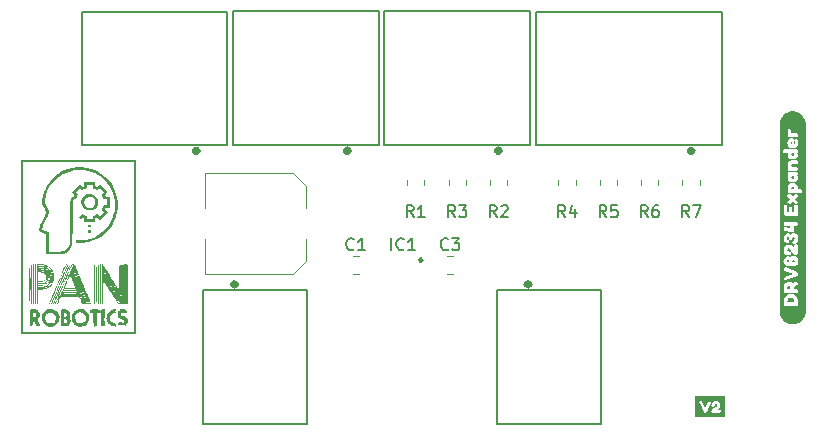
<source format=gto>
%TF.GenerationSoftware,KiCad,Pcbnew,8.0.2*%
%TF.CreationDate,2024-07-24T20:27:57+03:00*%
%TF.ProjectId,DRV8234 DC Motor Driver Expander,44525638-3233-4342-9044-43204d6f746f,rev?*%
%TF.SameCoordinates,PX5f5e100PY5f5e100*%
%TF.FileFunction,Legend,Top*%
%TF.FilePolarity,Positive*%
%FSLAX46Y46*%
G04 Gerber Fmt 4.6, Leading zero omitted, Abs format (unit mm)*
G04 Created by KiCad (PCBNEW 8.0.2) date 2024-07-24 20:27:57*
%MOMM*%
%LPD*%
G01*
G04 APERTURE LIST*
%ADD10C,0.150000*%
%ADD11C,0.000000*%
%ADD12C,0.152400*%
%ADD13C,0.508000*%
%ADD14C,0.120000*%
%ADD15C,0.250000*%
G04 APERTURE END LIST*
D10*
X38333333Y14840420D02*
X38285714Y14792800D01*
X38285714Y14792800D02*
X38142857Y14745181D01*
X38142857Y14745181D02*
X38047619Y14745181D01*
X38047619Y14745181D02*
X37904762Y14792800D01*
X37904762Y14792800D02*
X37809524Y14888039D01*
X37809524Y14888039D02*
X37761905Y14983277D01*
X37761905Y14983277D02*
X37714286Y15173753D01*
X37714286Y15173753D02*
X37714286Y15316610D01*
X37714286Y15316610D02*
X37761905Y15507086D01*
X37761905Y15507086D02*
X37809524Y15602324D01*
X37809524Y15602324D02*
X37904762Y15697562D01*
X37904762Y15697562D02*
X38047619Y15745181D01*
X38047619Y15745181D02*
X38142857Y15745181D01*
X38142857Y15745181D02*
X38285714Y15697562D01*
X38285714Y15697562D02*
X38333333Y15649943D01*
X38666667Y15745181D02*
X39285714Y15745181D01*
X39285714Y15745181D02*
X38952381Y15364229D01*
X38952381Y15364229D02*
X39095238Y15364229D01*
X39095238Y15364229D02*
X39190476Y15316610D01*
X39190476Y15316610D02*
X39238095Y15268991D01*
X39238095Y15268991D02*
X39285714Y15173753D01*
X39285714Y15173753D02*
X39285714Y14935658D01*
X39285714Y14935658D02*
X39238095Y14840420D01*
X39238095Y14840420D02*
X39190476Y14792800D01*
X39190476Y14792800D02*
X39095238Y14745181D01*
X39095238Y14745181D02*
X38809524Y14745181D01*
X38809524Y14745181D02*
X38714286Y14792800D01*
X38714286Y14792800D02*
X38666667Y14840420D01*
X30333333Y14840420D02*
X30285714Y14792800D01*
X30285714Y14792800D02*
X30142857Y14745181D01*
X30142857Y14745181D02*
X30047619Y14745181D01*
X30047619Y14745181D02*
X29904762Y14792800D01*
X29904762Y14792800D02*
X29809524Y14888039D01*
X29809524Y14888039D02*
X29761905Y14983277D01*
X29761905Y14983277D02*
X29714286Y15173753D01*
X29714286Y15173753D02*
X29714286Y15316610D01*
X29714286Y15316610D02*
X29761905Y15507086D01*
X29761905Y15507086D02*
X29809524Y15602324D01*
X29809524Y15602324D02*
X29904762Y15697562D01*
X29904762Y15697562D02*
X30047619Y15745181D01*
X30047619Y15745181D02*
X30142857Y15745181D01*
X30142857Y15745181D02*
X30285714Y15697562D01*
X30285714Y15697562D02*
X30333333Y15649943D01*
X31285714Y14745181D02*
X30714286Y14745181D01*
X31000000Y14745181D02*
X31000000Y15745181D01*
X31000000Y15745181D02*
X30904762Y15602324D01*
X30904762Y15602324D02*
X30809524Y15507086D01*
X30809524Y15507086D02*
X30714286Y15459467D01*
X33523810Y14745181D02*
X33523810Y15745181D01*
X34571428Y14840420D02*
X34523809Y14792800D01*
X34523809Y14792800D02*
X34380952Y14745181D01*
X34380952Y14745181D02*
X34285714Y14745181D01*
X34285714Y14745181D02*
X34142857Y14792800D01*
X34142857Y14792800D02*
X34047619Y14888039D01*
X34047619Y14888039D02*
X34000000Y14983277D01*
X34000000Y14983277D02*
X33952381Y15173753D01*
X33952381Y15173753D02*
X33952381Y15316610D01*
X33952381Y15316610D02*
X34000000Y15507086D01*
X34000000Y15507086D02*
X34047619Y15602324D01*
X34047619Y15602324D02*
X34142857Y15697562D01*
X34142857Y15697562D02*
X34285714Y15745181D01*
X34285714Y15745181D02*
X34380952Y15745181D01*
X34380952Y15745181D02*
X34523809Y15697562D01*
X34523809Y15697562D02*
X34571428Y15649943D01*
X35523809Y14745181D02*
X34952381Y14745181D01*
X35238095Y14745181D02*
X35238095Y15745181D01*
X35238095Y15745181D02*
X35142857Y15602324D01*
X35142857Y15602324D02*
X35047619Y15507086D01*
X35047619Y15507086D02*
X34952381Y15459467D01*
X58731333Y17545181D02*
X58398000Y18021372D01*
X58159905Y17545181D02*
X58159905Y18545181D01*
X58159905Y18545181D02*
X58540857Y18545181D01*
X58540857Y18545181D02*
X58636095Y18497562D01*
X58636095Y18497562D02*
X58683714Y18449943D01*
X58683714Y18449943D02*
X58731333Y18354705D01*
X58731333Y18354705D02*
X58731333Y18211848D01*
X58731333Y18211848D02*
X58683714Y18116610D01*
X58683714Y18116610D02*
X58636095Y18068991D01*
X58636095Y18068991D02*
X58540857Y18021372D01*
X58540857Y18021372D02*
X58159905Y18021372D01*
X59064667Y18545181D02*
X59731333Y18545181D01*
X59731333Y18545181D02*
X59302762Y17545181D01*
X55229333Y17545181D02*
X54896000Y18021372D01*
X54657905Y17545181D02*
X54657905Y18545181D01*
X54657905Y18545181D02*
X55038857Y18545181D01*
X55038857Y18545181D02*
X55134095Y18497562D01*
X55134095Y18497562D02*
X55181714Y18449943D01*
X55181714Y18449943D02*
X55229333Y18354705D01*
X55229333Y18354705D02*
X55229333Y18211848D01*
X55229333Y18211848D02*
X55181714Y18116610D01*
X55181714Y18116610D02*
X55134095Y18068991D01*
X55134095Y18068991D02*
X55038857Y18021372D01*
X55038857Y18021372D02*
X54657905Y18021372D01*
X56086476Y18545181D02*
X55896000Y18545181D01*
X55896000Y18545181D02*
X55800762Y18497562D01*
X55800762Y18497562D02*
X55753143Y18449943D01*
X55753143Y18449943D02*
X55657905Y18307086D01*
X55657905Y18307086D02*
X55610286Y18116610D01*
X55610286Y18116610D02*
X55610286Y17735658D01*
X55610286Y17735658D02*
X55657905Y17640420D01*
X55657905Y17640420D02*
X55705524Y17592800D01*
X55705524Y17592800D02*
X55800762Y17545181D01*
X55800762Y17545181D02*
X55991238Y17545181D01*
X55991238Y17545181D02*
X56086476Y17592800D01*
X56086476Y17592800D02*
X56134095Y17640420D01*
X56134095Y17640420D02*
X56181714Y17735658D01*
X56181714Y17735658D02*
X56181714Y17973753D01*
X56181714Y17973753D02*
X56134095Y18068991D01*
X56134095Y18068991D02*
X56086476Y18116610D01*
X56086476Y18116610D02*
X55991238Y18164229D01*
X55991238Y18164229D02*
X55800762Y18164229D01*
X55800762Y18164229D02*
X55705524Y18116610D01*
X55705524Y18116610D02*
X55657905Y18068991D01*
X55657905Y18068991D02*
X55610286Y17973753D01*
X51733333Y17545181D02*
X51400000Y18021372D01*
X51161905Y17545181D02*
X51161905Y18545181D01*
X51161905Y18545181D02*
X51542857Y18545181D01*
X51542857Y18545181D02*
X51638095Y18497562D01*
X51638095Y18497562D02*
X51685714Y18449943D01*
X51685714Y18449943D02*
X51733333Y18354705D01*
X51733333Y18354705D02*
X51733333Y18211848D01*
X51733333Y18211848D02*
X51685714Y18116610D01*
X51685714Y18116610D02*
X51638095Y18068991D01*
X51638095Y18068991D02*
X51542857Y18021372D01*
X51542857Y18021372D02*
X51161905Y18021372D01*
X52638095Y18545181D02*
X52161905Y18545181D01*
X52161905Y18545181D02*
X52114286Y18068991D01*
X52114286Y18068991D02*
X52161905Y18116610D01*
X52161905Y18116610D02*
X52257143Y18164229D01*
X52257143Y18164229D02*
X52495238Y18164229D01*
X52495238Y18164229D02*
X52590476Y18116610D01*
X52590476Y18116610D02*
X52638095Y18068991D01*
X52638095Y18068991D02*
X52685714Y17973753D01*
X52685714Y17973753D02*
X52685714Y17735658D01*
X52685714Y17735658D02*
X52638095Y17640420D01*
X52638095Y17640420D02*
X52590476Y17592800D01*
X52590476Y17592800D02*
X52495238Y17545181D01*
X52495238Y17545181D02*
X52257143Y17545181D01*
X52257143Y17545181D02*
X52161905Y17592800D01*
X52161905Y17592800D02*
X52114286Y17640420D01*
X48233333Y17545181D02*
X47900000Y18021372D01*
X47661905Y17545181D02*
X47661905Y18545181D01*
X47661905Y18545181D02*
X48042857Y18545181D01*
X48042857Y18545181D02*
X48138095Y18497562D01*
X48138095Y18497562D02*
X48185714Y18449943D01*
X48185714Y18449943D02*
X48233333Y18354705D01*
X48233333Y18354705D02*
X48233333Y18211848D01*
X48233333Y18211848D02*
X48185714Y18116610D01*
X48185714Y18116610D02*
X48138095Y18068991D01*
X48138095Y18068991D02*
X48042857Y18021372D01*
X48042857Y18021372D02*
X47661905Y18021372D01*
X49090476Y18211848D02*
X49090476Y17545181D01*
X48852381Y18592800D02*
X48614286Y17878515D01*
X48614286Y17878515D02*
X49233333Y17878515D01*
X38933333Y17545181D02*
X38600000Y18021372D01*
X38361905Y17545181D02*
X38361905Y18545181D01*
X38361905Y18545181D02*
X38742857Y18545181D01*
X38742857Y18545181D02*
X38838095Y18497562D01*
X38838095Y18497562D02*
X38885714Y18449943D01*
X38885714Y18449943D02*
X38933333Y18354705D01*
X38933333Y18354705D02*
X38933333Y18211848D01*
X38933333Y18211848D02*
X38885714Y18116610D01*
X38885714Y18116610D02*
X38838095Y18068991D01*
X38838095Y18068991D02*
X38742857Y18021372D01*
X38742857Y18021372D02*
X38361905Y18021372D01*
X39266667Y18545181D02*
X39885714Y18545181D01*
X39885714Y18545181D02*
X39552381Y18164229D01*
X39552381Y18164229D02*
X39695238Y18164229D01*
X39695238Y18164229D02*
X39790476Y18116610D01*
X39790476Y18116610D02*
X39838095Y18068991D01*
X39838095Y18068991D02*
X39885714Y17973753D01*
X39885714Y17973753D02*
X39885714Y17735658D01*
X39885714Y17735658D02*
X39838095Y17640420D01*
X39838095Y17640420D02*
X39790476Y17592800D01*
X39790476Y17592800D02*
X39695238Y17545181D01*
X39695238Y17545181D02*
X39409524Y17545181D01*
X39409524Y17545181D02*
X39314286Y17592800D01*
X39314286Y17592800D02*
X39266667Y17640420D01*
X42433333Y17545181D02*
X42100000Y18021372D01*
X41861905Y17545181D02*
X41861905Y18545181D01*
X41861905Y18545181D02*
X42242857Y18545181D01*
X42242857Y18545181D02*
X42338095Y18497562D01*
X42338095Y18497562D02*
X42385714Y18449943D01*
X42385714Y18449943D02*
X42433333Y18354705D01*
X42433333Y18354705D02*
X42433333Y18211848D01*
X42433333Y18211848D02*
X42385714Y18116610D01*
X42385714Y18116610D02*
X42338095Y18068991D01*
X42338095Y18068991D02*
X42242857Y18021372D01*
X42242857Y18021372D02*
X41861905Y18021372D01*
X42814286Y18449943D02*
X42861905Y18497562D01*
X42861905Y18497562D02*
X42957143Y18545181D01*
X42957143Y18545181D02*
X43195238Y18545181D01*
X43195238Y18545181D02*
X43290476Y18497562D01*
X43290476Y18497562D02*
X43338095Y18449943D01*
X43338095Y18449943D02*
X43385714Y18354705D01*
X43385714Y18354705D02*
X43385714Y18259467D01*
X43385714Y18259467D02*
X43338095Y18116610D01*
X43338095Y18116610D02*
X42766667Y17545181D01*
X42766667Y17545181D02*
X43385714Y17545181D01*
X35405333Y17545181D02*
X35072000Y18021372D01*
X34833905Y17545181D02*
X34833905Y18545181D01*
X34833905Y18545181D02*
X35214857Y18545181D01*
X35214857Y18545181D02*
X35310095Y18497562D01*
X35310095Y18497562D02*
X35357714Y18449943D01*
X35357714Y18449943D02*
X35405333Y18354705D01*
X35405333Y18354705D02*
X35405333Y18211848D01*
X35405333Y18211848D02*
X35357714Y18116610D01*
X35357714Y18116610D02*
X35310095Y18068991D01*
X35310095Y18068991D02*
X35214857Y18021372D01*
X35214857Y18021372D02*
X34833905Y18021372D01*
X36357714Y17545181D02*
X35786286Y17545181D01*
X36072000Y17545181D02*
X36072000Y18545181D01*
X36072000Y18545181D02*
X35976762Y18402324D01*
X35976762Y18402324D02*
X35881524Y18307086D01*
X35881524Y18307086D02*
X35786286Y18259467D01*
D11*
%TO.C,kibuzzard-66A13964*%
G36*
X61764664Y630186D02*
G01*
X61407010Y630186D01*
X60757511Y630186D01*
X60089413Y630186D01*
X59592990Y630186D01*
X59235336Y630186D01*
X59235336Y1908441D01*
X59607296Y1908441D01*
X59621602Y1809013D01*
X59960658Y1063662D01*
X60009299Y1010014D01*
X60089413Y992132D01*
X60163090Y1011445D01*
X60212446Y1063662D01*
X60472758Y1635908D01*
X60627325Y1635908D01*
X60629471Y1586552D01*
X60643062Y1547210D01*
X60683119Y1514306D01*
X60757511Y1504292D01*
X60833333Y1513591D01*
X60873391Y1543634D01*
X60886981Y1580114D01*
X60889127Y1625894D01*
X60917024Y1714950D01*
X61000715Y1744635D01*
X61072961Y1725322D01*
X61104435Y1688126D01*
X61109442Y1650215D01*
X61096745Y1595136D01*
X61058655Y1541488D01*
X61004113Y1492847D01*
X60942060Y1452790D01*
X60873033Y1412554D01*
X60797568Y1363376D01*
X60728541Y1310622D01*
X60678827Y1259657D01*
X60640200Y1193491D01*
X60627325Y1120887D01*
X60665951Y1027182D01*
X60757511Y987840D01*
X61273963Y987840D01*
X61323319Y990701D01*
X61364092Y1005007D01*
X61396996Y1044349D01*
X61407010Y1118026D01*
X61396996Y1193848D01*
X61364807Y1233906D01*
X61326180Y1248212D01*
X61276824Y1251073D01*
X61097997Y1251073D01*
X61183834Y1301860D01*
X61271102Y1376967D01*
X61312411Y1427754D01*
X61344778Y1488555D01*
X61365701Y1556509D01*
X61372675Y1628755D01*
X61360595Y1728422D01*
X61324352Y1817597D01*
X61263948Y1896280D01*
X61186218Y1957479D01*
X61097997Y1994198D01*
X60999285Y2006438D01*
X60895645Y1993721D01*
X60805993Y1955571D01*
X60730329Y1891989D01*
X60673104Y1812669D01*
X60638770Y1727309D01*
X60627325Y1635908D01*
X60472758Y1635908D01*
X60551502Y1809013D01*
X60567954Y1907725D01*
X60485694Y1976395D01*
X60379828Y1997139D01*
X60312589Y1916309D01*
X60086552Y1359800D01*
X59860515Y1916309D01*
X59794707Y1997854D01*
X59687411Y1976395D01*
X59607296Y1908441D01*
X59235336Y1908441D01*
X59235336Y2369814D01*
X59592990Y2369814D01*
X61407010Y2369814D01*
X61764664Y2369814D01*
X61764664Y630186D01*
G37*
%TO.C,kibuzzard-66A11B65*%
G36*
X68600715Y23847640D02*
G01*
X68600715Y23147210D01*
X68600715Y22197854D01*
X68600715Y21222747D01*
X68600715Y19742919D01*
X68600715Y19354936D01*
X68600715Y17808155D01*
X68600715Y16975537D01*
X68600715Y15749786D01*
X68600715Y14475966D01*
X68600715Y13835622D01*
X68600715Y12745494D01*
X68600715Y11893992D01*
X68600715Y10160086D01*
X68600715Y10003863D01*
X68600715Y9574678D01*
X68595415Y9466789D01*
X68579565Y9359939D01*
X68553319Y9255157D01*
X68516928Y9153453D01*
X68470744Y9055805D01*
X68415211Y8963154D01*
X68350864Y8876392D01*
X68278323Y8796355D01*
X68198286Y8723814D01*
X68111525Y8659467D01*
X68018874Y8603934D01*
X67921226Y8557750D01*
X67819521Y8521359D01*
X67714739Y8495113D01*
X67607889Y8479263D01*
X67500000Y8473963D01*
X67392111Y8479263D01*
X67285261Y8495113D01*
X67180479Y8521359D01*
X67078774Y8557750D01*
X66981126Y8603934D01*
X66888475Y8659467D01*
X66801714Y8723814D01*
X66721677Y8796355D01*
X66649136Y8876392D01*
X66584789Y8963154D01*
X66529256Y9055805D01*
X66483072Y9153453D01*
X66446681Y9255157D01*
X66420435Y9359939D01*
X66404585Y9466789D01*
X66399285Y9574678D01*
X66399285Y10003863D01*
X66399285Y10457082D01*
X66748927Y10457082D01*
X66748927Y10161803D01*
X66760086Y10070816D01*
X66798712Y10022747D01*
X66845923Y10006438D01*
X66903433Y10003863D01*
X67790987Y10003863D01*
X67851931Y10008155D01*
X67900000Y10026180D01*
X67936910Y10073391D01*
X67948927Y10160086D01*
X67948927Y10451931D01*
X67937822Y10572640D01*
X67904506Y10684120D01*
X67848981Y10786373D01*
X67771245Y10879399D01*
X67677843Y10956760D01*
X67575322Y11012017D01*
X67463680Y11045172D01*
X67342918Y11056223D01*
X67225322Y11045172D01*
X67116309Y11012017D01*
X67015880Y10956760D01*
X66924034Y10879399D01*
X66847425Y10786695D01*
X66792704Y10685408D01*
X66759871Y10575537D01*
X66748927Y10457082D01*
X66399285Y10457082D01*
X66399285Y11643348D01*
X66748927Y11643348D01*
X66748927Y11298283D01*
X66760944Y11207296D01*
X66800429Y11159228D01*
X66847639Y11142919D01*
X66905150Y11140343D01*
X67790987Y11140343D01*
X67850215Y11142919D01*
X67897425Y11159228D01*
X67936910Y11207296D01*
X67948927Y11296567D01*
X67936910Y11387554D01*
X67898283Y11435622D01*
X67851931Y11451931D01*
X67792704Y11454507D01*
X67626180Y11454507D01*
X67626180Y11614163D01*
X67875107Y11797854D01*
X67954936Y11893992D01*
X67907725Y12015880D01*
X67806438Y12098283D01*
X67687983Y12051931D01*
X67523176Y11928326D01*
X67429709Y12012256D01*
X67318693Y12062613D01*
X67190129Y12079399D01*
X67088197Y12068670D01*
X66995279Y12036481D01*
X66916094Y11987339D01*
X66855365Y11925751D01*
X66809871Y11856652D01*
X66776395Y11784979D01*
X66755794Y11713090D01*
X66748927Y11643348D01*
X66399285Y11643348D01*
X66399285Y12391846D01*
X66742060Y12391846D01*
X66767811Y12263090D01*
X66849356Y12166953D01*
X66968670Y12184120D01*
X67863090Y12590987D01*
X67927468Y12649356D01*
X67948927Y12745494D01*
X67925751Y12833906D01*
X67863090Y12893133D01*
X66968670Y13300000D01*
X66850215Y13319743D01*
X66767811Y13221030D01*
X66742918Y13093992D01*
X66839914Y13013305D01*
X67507725Y12742060D01*
X66839914Y12470816D01*
X66742060Y12391846D01*
X66399285Y12391846D01*
X66399285Y13835622D01*
X66724893Y13835622D01*
X66737101Y13727849D01*
X66773724Y13631140D01*
X66834764Y13545494D01*
X66913352Y13478732D01*
X67002623Y13438674D01*
X67102575Y13425322D01*
X67213305Y13447210D01*
X67305150Y13512876D01*
X67306867Y13511159D01*
X67308584Y13512876D01*
X67385265Y13445160D01*
X67468813Y13404530D01*
X67559227Y13390987D01*
X67670625Y13405198D01*
X67769051Y13447830D01*
X67854506Y13518884D01*
X67920315Y13610920D01*
X67959800Y13716500D01*
X67972961Y13835622D01*
X67960277Y13942251D01*
X67922222Y14042394D01*
X67858798Y14136052D01*
X67774773Y14211397D01*
X67674917Y14256605D01*
X67559227Y14271674D01*
X67471102Y14258322D01*
X67387554Y14218264D01*
X67308584Y14151502D01*
X67306867Y14153219D01*
X67305150Y14151502D01*
X67207296Y14215880D01*
X67109442Y14237339D01*
X67007392Y14224368D01*
X66916404Y14185456D01*
X66836481Y14120601D01*
X66774487Y14037053D01*
X66737291Y13942060D01*
X66724893Y13835622D01*
X66399285Y13835622D01*
X66399285Y14766095D01*
X66731760Y14766095D01*
X66747020Y14641726D01*
X66792799Y14534144D01*
X66869099Y14443348D01*
X66964282Y14374678D01*
X67066714Y14333476D01*
X67176395Y14319743D01*
X67235622Y14322318D01*
X67282833Y14338627D01*
X67322318Y14386695D01*
X67334335Y14475966D01*
X67323176Y14566953D01*
X67287124Y14615022D01*
X67243348Y14631331D01*
X67188412Y14633906D01*
X67081545Y14667382D01*
X67045923Y14767811D01*
X67069099Y14854507D01*
X67113734Y14892275D01*
X67159227Y14898283D01*
X67225322Y14883047D01*
X67289700Y14837339D01*
X67348069Y14771889D01*
X67396137Y14697425D01*
X67444421Y14614592D01*
X67503433Y14524034D01*
X67566738Y14441202D01*
X67627897Y14381545D01*
X67707296Y14335193D01*
X67794421Y14319743D01*
X67906867Y14366095D01*
X67954077Y14475966D01*
X67954077Y15095708D01*
X67950644Y15154936D01*
X67933476Y15203863D01*
X67886266Y15243348D01*
X67797854Y15255365D01*
X67706867Y15243348D01*
X67658798Y15204721D01*
X67641631Y15158369D01*
X67638197Y15099142D01*
X67638197Y14884549D01*
X67577253Y14987554D01*
X67487124Y15092275D01*
X67426180Y15141846D01*
X67353219Y15180687D01*
X67271674Y15205794D01*
X67184979Y15214163D01*
X67065379Y15199666D01*
X66958369Y15156176D01*
X66863948Y15083691D01*
X66790510Y14990415D01*
X66746447Y14884549D01*
X66731760Y14766095D01*
X66399285Y14766095D01*
X66399285Y15749786D01*
X66731760Y15749786D01*
X66739485Y15654507D01*
X66760086Y15575537D01*
X66790129Y15512017D01*
X66825322Y15461373D01*
X66862232Y15423605D01*
X66896567Y15396137D01*
X66924893Y15378970D01*
X66943777Y15369528D01*
X66949785Y15366953D01*
X67068240Y15342060D01*
X67162661Y15427039D01*
X67193371Y15518980D01*
X67173343Y15591083D01*
X67102575Y15643348D01*
X67051073Y15693133D01*
X67033906Y15766953D01*
X67055365Y15845064D01*
X67114592Y15873391D01*
X67158369Y15848498D01*
X67169528Y15768670D01*
X67169528Y15756652D01*
X67172103Y15701717D01*
X67186695Y15657940D01*
X67231330Y15621889D01*
X67317167Y15610730D01*
X67392704Y15621030D01*
X67437339Y15641631D01*
X67458798Y15680258D01*
X67466524Y15719743D01*
X67466524Y15766953D01*
X67491416Y15866095D01*
X67566094Y15899142D01*
X67637339Y15858798D01*
X67663948Y15751502D01*
X67654506Y15690558D01*
X67633906Y15649356D01*
X67608155Y15623605D01*
X67587554Y15610730D01*
X67578112Y15607296D01*
X67497425Y15557511D01*
X67478541Y15463090D01*
X67505579Y15334335D01*
X67586695Y15291416D01*
X67684454Y15306676D01*
X67774010Y15352456D01*
X67855365Y15428755D01*
X67919742Y15525465D01*
X67958369Y15632475D01*
X67971245Y15749786D01*
X67958369Y15875966D01*
X67919742Y15986695D01*
X67855365Y16081974D01*
X67771340Y16154936D01*
X67673772Y16198713D01*
X67562661Y16213305D01*
X67480258Y16201717D01*
X67411588Y16166953D01*
X67318884Y16070816D01*
X67233476Y16159657D01*
X67107725Y16189270D01*
X67015594Y16176013D01*
X66929185Y16136242D01*
X66848498Y16069957D01*
X66783643Y15981354D01*
X66744731Y15874631D01*
X66731760Y15749786D01*
X66399285Y15749786D01*
X66399285Y16978970D01*
X66747210Y16978970D01*
X66758369Y16887125D01*
X66795279Y16838198D01*
X66839914Y16821889D01*
X66896567Y16819313D01*
X67317167Y16819313D01*
X67317167Y16594421D01*
X66879399Y16700858D01*
X66803863Y16676824D01*
X66754077Y16577253D01*
X66752361Y16447640D01*
X66865665Y16383262D01*
X67399571Y16251073D01*
X67454506Y16245923D01*
X67513734Y16248498D01*
X67560944Y16264807D01*
X67600429Y16312876D01*
X67612446Y16402146D01*
X67612446Y16819313D01*
X67790987Y16819313D01*
X67850215Y16821889D01*
X67897425Y16838198D01*
X67936910Y16886266D01*
X67948927Y16975537D01*
X67936910Y17066524D01*
X67899142Y17114592D01*
X67851931Y17131760D01*
X67792704Y17135193D01*
X66905150Y17135193D01*
X66846781Y17131760D01*
X66798712Y17115451D01*
X66759227Y17068240D01*
X66747210Y16978970D01*
X66399285Y16978970D01*
X66399285Y18441631D01*
X66748927Y18441631D01*
X66748927Y17813305D01*
X66782403Y17687125D01*
X66905150Y17651931D01*
X67792704Y17651931D01*
X67851931Y17654507D01*
X67899142Y17670816D01*
X67938627Y17718884D01*
X67950644Y17808155D01*
X67950644Y18439914D01*
X67948069Y18499142D01*
X67931760Y18546352D01*
X67883691Y18585837D01*
X67794421Y18597854D01*
X67703433Y18585837D01*
X67655365Y18547210D01*
X67639056Y18500858D01*
X67636481Y18441631D01*
X67636481Y17966095D01*
X67483691Y17966095D01*
X67483691Y18280258D01*
X67481116Y18336910D01*
X67467382Y18379828D01*
X67427897Y18413305D01*
X67351502Y18422747D01*
X67273391Y18413305D01*
X67232189Y18380687D01*
X67218455Y18339485D01*
X67215880Y18283691D01*
X67215880Y17966095D01*
X67063090Y17966095D01*
X67063090Y18439914D01*
X67060515Y18499142D01*
X67044206Y18546352D01*
X66996137Y18585837D01*
X66906867Y18597854D01*
X66815880Y18585837D01*
X66767811Y18547210D01*
X66751502Y18500858D01*
X66748927Y18441631D01*
X66399285Y18441631D01*
X66399285Y18810730D01*
X67063948Y18810730D01*
X67126609Y18700858D01*
X67240773Y18638198D01*
X67346352Y18700858D01*
X67512876Y18865665D01*
X67681116Y18700858D01*
X67785837Y18639056D01*
X67899142Y18700858D01*
X67960944Y18811588D01*
X67899142Y18917167D01*
X67732618Y19083691D01*
X67899142Y19248498D01*
X67961803Y19354936D01*
X67899142Y19464807D01*
X67786695Y19528326D01*
X67681116Y19464807D01*
X67512876Y19300000D01*
X67346352Y19464807D01*
X67239914Y19528326D01*
X67126609Y19464807D01*
X67064807Y19356652D01*
X67126609Y19248498D01*
X67294850Y19083691D01*
X67126609Y18917167D01*
X67063948Y18810730D01*
X66399285Y18810730D01*
X66399285Y19741202D01*
X67078541Y19741202D01*
X67090558Y19654507D01*
X67129185Y19608155D01*
X67174678Y19592704D01*
X67231330Y19590129D01*
X68163519Y19590129D01*
X68209871Y19590987D01*
X68248498Y19599571D01*
X68283691Y19622747D01*
X68305150Y19668240D01*
X68314592Y19742919D01*
X68302575Y19832189D01*
X68265665Y19880258D01*
X68218455Y19896567D01*
X68161803Y19897425D01*
X67885408Y19897425D01*
X67918884Y19972532D01*
X67930043Y20060515D01*
X67916214Y20160658D01*
X67874726Y20252790D01*
X67805579Y20336910D01*
X67717549Y20403672D01*
X67619409Y20443729D01*
X67511159Y20457082D01*
X67403958Y20443538D01*
X67304387Y20402909D01*
X67212446Y20335193D01*
X67139008Y20250501D01*
X67094945Y20158941D01*
X67080258Y20060515D01*
X67093562Y19970816D01*
X67133476Y19890558D01*
X67092275Y19834335D01*
X67078541Y19741202D01*
X66399285Y19741202D01*
X66399285Y21224464D01*
X67078541Y21224464D01*
X67096137Y21120601D01*
X67148927Y21076824D01*
X67097425Y20997425D01*
X67080258Y20896567D01*
X67094945Y20798140D01*
X67139008Y20706581D01*
X67212446Y20621889D01*
X67304387Y20554173D01*
X67403958Y20513543D01*
X67511159Y20500000D01*
X67621221Y20513448D01*
X67722508Y20553791D01*
X67815021Y20621030D01*
X67888460Y20705436D01*
X67932523Y20797282D01*
X67947210Y20896567D01*
X67931760Y20994850D01*
X67885408Y21076824D01*
X67931760Y21125322D01*
X67947210Y21222747D01*
X67935193Y21312017D01*
X67896567Y21360086D01*
X67851073Y21376395D01*
X67792704Y21378970D01*
X67234764Y21378970D01*
X67177253Y21376395D01*
X67130043Y21360086D01*
X67090558Y21312876D01*
X67078541Y21224464D01*
X66399285Y21224464D01*
X66399285Y22005579D01*
X67078541Y22005579D01*
X67111159Y21881116D01*
X67184979Y21789270D01*
X67149785Y21784120D01*
X67117167Y21765236D01*
X67088841Y21718884D01*
X67078541Y21638198D01*
X67089700Y21548927D01*
X67126609Y21501717D01*
X67171245Y21485408D01*
X67227897Y21481974D01*
X67792704Y21481974D01*
X67851931Y21484549D01*
X67898283Y21500858D01*
X67936910Y21548069D01*
X67948927Y21636481D01*
X67936910Y21725751D01*
X67898283Y21773820D01*
X67851931Y21790129D01*
X67794421Y21792704D01*
X67512876Y21792704D01*
X67422747Y21827039D01*
X67389270Y21918026D01*
X67421888Y22008155D01*
X67512876Y22039914D01*
X67792704Y22039914D01*
X67850215Y22042489D01*
X67897425Y22058798D01*
X67936910Y22106867D01*
X67948927Y22197854D01*
X67936910Y22287983D01*
X67898283Y22335193D01*
X67851931Y22351502D01*
X67794421Y22354077D01*
X67512876Y22354077D01*
X67393467Y22343968D01*
X67289318Y22313639D01*
X67200429Y22263090D01*
X67132713Y22194039D01*
X67092084Y22108202D01*
X67078541Y22005579D01*
X66399285Y22005579D01*
X66399285Y23145494D01*
X66685408Y23145494D01*
X66693991Y23070816D01*
X66718026Y23026180D01*
X66754077Y23003863D01*
X66796996Y22996996D01*
X66841631Y22997854D01*
X67136910Y22997854D01*
X67094421Y22918455D01*
X67080258Y22824464D01*
X67094945Y22726037D01*
X67139008Y22634478D01*
X67212446Y22549786D01*
X67304387Y22482070D01*
X67403958Y22441440D01*
X67511159Y22427897D01*
X67621221Y22441345D01*
X67722508Y22481688D01*
X67815021Y22548927D01*
X67888460Y22633333D01*
X67932523Y22725179D01*
X67947210Y22824464D01*
X67931760Y22923176D01*
X67885408Y23006438D01*
X67933047Y23055365D01*
X67948927Y23147210D01*
X67936910Y23235622D01*
X67897425Y23282833D01*
X67850215Y23299142D01*
X67792704Y23301717D01*
X66839914Y23301717D01*
X66782403Y23299142D01*
X66736052Y23282833D01*
X66697425Y23235622D01*
X66685408Y23145494D01*
X66399285Y23145494D01*
X66399285Y23849356D01*
X67059657Y23849356D01*
X67073867Y23719361D01*
X67116500Y23606342D01*
X67187554Y23510301D01*
X67281116Y23437339D01*
X67391273Y23393562D01*
X67518026Y23378970D01*
X67596137Y23385622D01*
X67672532Y23405579D01*
X67746352Y23438627D01*
X67816738Y23484549D01*
X67878755Y23547425D01*
X67927468Y23631331D01*
X67959013Y23732618D01*
X67969528Y23847640D01*
X67959764Y24003863D01*
X67930472Y24115451D01*
X67881652Y24182404D01*
X67813305Y24204721D01*
X67734335Y24182404D01*
X67672532Y24136052D01*
X67651931Y24079399D01*
X67674249Y24000429D01*
X67696567Y23861373D01*
X67672532Y23760086D01*
X67607296Y23708584D01*
X67607296Y24074249D01*
X67594206Y24143992D01*
X67554936Y24198713D01*
X67491631Y24234120D01*
X67406438Y24245923D01*
X67285837Y24220386D01*
X67171245Y24143777D01*
X67109251Y24065665D01*
X67072055Y23967525D01*
X67059657Y23849356D01*
X66399285Y23849356D01*
X66399285Y24805579D01*
X67069957Y24805579D01*
X67089700Y24713734D01*
X67148927Y24627039D01*
X67096137Y24578970D01*
X67078541Y24479399D01*
X67090558Y24389270D01*
X67129185Y24342060D01*
X67174678Y24325751D01*
X67233047Y24323176D01*
X67792704Y24323176D01*
X67851931Y24325751D01*
X67899142Y24342060D01*
X67938627Y24389270D01*
X67950644Y24477683D01*
X67938627Y24568670D01*
X67900000Y24616738D01*
X67854506Y24633047D01*
X67796137Y24635622D01*
X67461373Y24635622D01*
X67398712Y24669099D01*
X67373820Y24754077D01*
X67386695Y24796137D01*
X67399571Y24862232D01*
X67340343Y24958369D01*
X67274034Y24986695D01*
X67193562Y24996137D01*
X67128326Y24974678D01*
X67089700Y24918884D01*
X67074249Y24857082D01*
X67069957Y24805579D01*
X66399285Y24805579D01*
X66399285Y24996137D01*
X66399285Y25425322D01*
X66404585Y25533211D01*
X66420435Y25640061D01*
X66446681Y25744843D01*
X66483072Y25846547D01*
X66529256Y25944196D01*
X66584789Y26036847D01*
X66649136Y26123608D01*
X66721677Y26203645D01*
X66801714Y26276186D01*
X66888475Y26340533D01*
X66981126Y26396066D01*
X67078775Y26442250D01*
X67180479Y26478641D01*
X67285261Y26504887D01*
X67392111Y26520737D01*
X67500000Y26526037D01*
X67607889Y26520737D01*
X67714739Y26504887D01*
X67819521Y26478641D01*
X67921225Y26442250D01*
X68018874Y26396066D01*
X68111525Y26340533D01*
X68198286Y26276186D01*
X68278323Y26203645D01*
X68350864Y26123608D01*
X68415211Y26036847D01*
X68470744Y25944196D01*
X68516928Y25846547D01*
X68553319Y25744843D01*
X68579565Y25640061D01*
X68595415Y25533211D01*
X68600715Y25425322D01*
X68600715Y24996137D01*
X68600715Y24477683D01*
X68600715Y23847640D01*
G37*
G36*
X67459442Y10721030D02*
G01*
X67551502Y10657940D01*
X67613948Y10565665D01*
X67634764Y10457082D01*
X67634764Y10318026D01*
X67063090Y10318026D01*
X67063090Y10455365D01*
X67084120Y10565236D01*
X67147210Y10657940D01*
X67239914Y10721030D01*
X67349785Y10742060D01*
X67459442Y10721030D01*
G37*
G36*
X67282833Y11725751D02*
G01*
X67313734Y11643348D01*
X67313734Y11454507D01*
X67063090Y11454507D01*
X67063090Y11639914D01*
X67099142Y11728326D01*
X67188412Y11765236D01*
X67282833Y11725751D01*
G37*
G36*
X67601288Y20106867D02*
G01*
X67638197Y20019313D01*
X67601288Y19933476D01*
X67514592Y19897425D01*
X67427039Y19933476D01*
X67390987Y20021030D01*
X67427039Y20108584D01*
X67514592Y20144635D01*
X67601288Y20106867D01*
G37*
G36*
X67601288Y22951502D02*
G01*
X67638197Y22865665D01*
X67601288Y22778112D01*
X67514592Y22740343D01*
X67427039Y22776395D01*
X67390987Y22863949D01*
X67427039Y22951502D01*
X67514592Y22987554D01*
X67601288Y22951502D01*
G37*
G36*
X67599571Y21022747D02*
G01*
X67636481Y20939485D01*
X67599571Y20849356D01*
X67514592Y20810730D01*
X67427039Y20847640D01*
X67389270Y20936052D01*
X67425322Y21022747D01*
X67512876Y21057940D01*
X67599571Y21022747D01*
G37*
G36*
X67644206Y13924893D02*
G01*
X67672532Y13833906D01*
X67644206Y13739485D01*
X67566094Y13705150D01*
X67490558Y13737768D01*
X67463090Y13830472D01*
X67489700Y13924034D01*
X67566094Y13957511D01*
X67644206Y13924893D01*
G37*
G36*
X67445923Y23900858D02*
G01*
X67445923Y23708584D01*
X67369528Y23748927D01*
X67336052Y23845923D01*
X67354077Y23919743D01*
X67404721Y23947210D01*
X67445923Y23900858D01*
G37*
G36*
X67154936Y13900858D02*
G01*
X67172961Y13833906D01*
X67154077Y13766953D01*
X67100858Y13742919D01*
X67046781Y13765236D01*
X67028755Y13832189D01*
X67047639Y13899142D01*
X67100858Y13923176D01*
X67154936Y13900858D01*
G37*
G36*
X67306867Y13514592D02*
G01*
X67313734Y13521459D01*
X67315451Y13521459D01*
X67308584Y13512876D01*
X67306867Y13514592D01*
X67305150Y13512876D01*
X67294850Y13526610D01*
X67294850Y13528326D01*
X67306867Y13514592D01*
G37*
G36*
X67306867Y14149786D02*
G01*
X67300000Y14141202D01*
X67300000Y14144635D01*
X67305150Y14151502D01*
X67306867Y14149786D01*
G37*
D12*
%TO.C,J5*%
X42449999Y11350000D02*
X42449999Y50000D01*
X42449999Y50000D02*
X51249999Y50000D01*
X51249999Y11350000D02*
X42449999Y11350000D01*
X51249999Y50000D02*
X51249999Y11350000D01*
D13*
X45239999Y11850000D02*
G75*
G02*
X44959999Y11850000I-140000J0D01*
G01*
X44959999Y11850000D02*
G75*
G02*
X45239999Y11850000I140000J0D01*
G01*
D12*
%TO.C,J1*%
X17600000Y11350000D02*
X17600000Y50000D01*
X17600000Y50000D02*
X26400000Y50000D01*
X26400000Y11350000D02*
X17600000Y11350000D01*
X26400000Y50000D02*
X26400000Y11350000D01*
D13*
X20390000Y11850000D02*
G75*
G02*
X20110000Y11850000I-140000J0D01*
G01*
X20110000Y11850000D02*
G75*
G02*
X20390000Y11850000I140000J0D01*
G01*
D12*
%TO.C,J4*%
X61550000Y23650000D02*
X45750000Y23650000D01*
X61550000Y34950000D02*
X61550000Y23650000D01*
X45750000Y23650000D02*
X45750000Y34950000D01*
X45750000Y34950000D02*
X61550000Y34950000D01*
D13*
X59040000Y23150000D02*
G75*
G02*
X58760000Y23150000I-140000J0D01*
G01*
X58760000Y23150000D02*
G75*
G02*
X59040000Y23150000I140000J0D01*
G01*
D12*
%TO.C,J3*%
X45236000Y23658900D02*
X45236000Y34958900D01*
X45236000Y34958900D02*
X32936000Y34958900D01*
X32936000Y23658900D02*
X45236000Y23658900D01*
X32936000Y34958900D02*
X32936000Y23658900D01*
D13*
X42726000Y23158900D02*
G75*
G02*
X42446000Y23158900I-140000J0D01*
G01*
X42446000Y23158900D02*
G75*
G02*
X42726000Y23158900I140000J0D01*
G01*
D12*
%TO.C,J2*%
X32449999Y23657799D02*
X32449999Y34957799D01*
X32449999Y34957799D02*
X20149999Y34957799D01*
X20149999Y23657799D02*
X32449999Y23657799D01*
X20149999Y34957799D02*
X20149999Y23657799D01*
D13*
X29939999Y23157799D02*
G75*
G02*
X29659999Y23157799I-140000J0D01*
G01*
X29659999Y23157799D02*
G75*
G02*
X29939999Y23157799I140000J0D01*
G01*
D12*
%TO.C,J6*%
X19649999Y23650000D02*
X19649999Y34950000D01*
X19649999Y34950000D02*
X7349999Y34950000D01*
X7349999Y23650000D02*
X19649999Y23650000D01*
X7349999Y34950000D02*
X7349999Y23650000D01*
D13*
X17139999Y23150000D02*
G75*
G02*
X16859999Y23150000I-140000J0D01*
G01*
X16859999Y23150000D02*
G75*
G02*
X17139999Y23150000I140000J0D01*
G01*
D14*
%TO.C,C3*%
X38238748Y12765000D02*
X38761252Y12765000D01*
X38238748Y14235000D02*
X38761252Y14235000D01*
%TO.C,C1*%
X30761252Y12765000D02*
X30238748Y12765000D01*
X30761252Y14235000D02*
X30238748Y14235000D01*
D15*
%TO.C,IC1*%
X36140000Y13900000D02*
G75*
G02*
X35860000Y13900000I-140000J0D01*
G01*
X35860000Y13900000D02*
G75*
G02*
X36140000Y13900000I140000J0D01*
G01*
D14*
%TO.C,R7*%
X58165000Y20272936D02*
X58165000Y20727064D01*
X59635000Y20272936D02*
X59635000Y20727064D01*
%TO.C,R6*%
X56135000Y20272936D02*
X56135000Y20727064D01*
X54665000Y20272936D02*
X54665000Y20727064D01*
%TO.C,R5*%
X51165000Y20272936D02*
X51165000Y20727064D01*
X52635000Y20272936D02*
X52635000Y20727064D01*
%TO.C,R4*%
X47665000Y20272936D02*
X47665000Y20727064D01*
X49135000Y20272936D02*
X49135000Y20727064D01*
%TO.C,R3*%
X38365000Y20272936D02*
X38365000Y20727064D01*
X39835000Y20272936D02*
X39835000Y20727064D01*
%TO.C,R2*%
X43335000Y20727064D02*
X43335000Y20272936D01*
X41865000Y20727064D02*
X41865000Y20272936D01*
%TO.C,R1*%
X34851000Y20272936D02*
X34851000Y20727064D01*
X36321000Y20272936D02*
X36321000Y20727064D01*
%TO.C,C2*%
X26260000Y13804437D02*
X26260000Y15690000D01*
X26260000Y13804437D02*
X25195563Y12740000D01*
X26260000Y20195563D02*
X26260000Y18310000D01*
X26260000Y20195563D02*
X25195563Y21260000D01*
X25195563Y12740000D02*
X17740000Y12740000D01*
X25195563Y21260000D02*
X17740000Y21260000D01*
X17740000Y12740000D02*
X17740000Y15690000D01*
X17740000Y21260000D02*
X17740000Y18310000D01*
D11*
%TO.C,G\u002A\u002A\u002A*%
G36*
X6876097Y8696463D02*
G01*
X6860609Y8680975D01*
X6845122Y8696463D01*
X6860609Y8711951D01*
X6876097Y8696463D01*
G37*
G36*
X2128440Y22390909D02*
G01*
X2119202Y22376831D01*
X2087784Y22374640D01*
X2054732Y22382205D01*
X2069070Y22393355D01*
X2117481Y22397048D01*
X2128440Y22390909D01*
G37*
G36*
X5007035Y8661890D02*
G01*
X5002073Y8650000D01*
X4961039Y8620181D01*
X4951953Y8619024D01*
X4935159Y8638109D01*
X4940122Y8650000D01*
X4981155Y8679819D01*
X4990241Y8680975D01*
X5007035Y8661890D01*
G37*
G36*
X8115122Y16300975D02*
G01*
X8115122Y16177073D01*
X7991219Y16177073D01*
X7867317Y16177073D01*
X7867317Y16300975D01*
X7867317Y16424878D01*
X7991219Y16424878D01*
X8115122Y16424878D01*
X8115122Y16300975D01*
G37*
G36*
X8070550Y16886230D02*
G01*
X8105804Y16865965D01*
X8114845Y16813088D01*
X8115122Y16781097D01*
X8111371Y16711683D01*
X8088210Y16680835D01*
X8027780Y16672925D01*
X7991219Y16672683D01*
X7911889Y16675965D01*
X7876634Y16696230D01*
X7867594Y16749107D01*
X7867317Y16781097D01*
X7871068Y16850512D01*
X7894228Y16881360D01*
X7954659Y16889270D01*
X7991219Y16889512D01*
X8070550Y16886230D01*
G37*
G36*
X9265553Y8900542D02*
G01*
X9270047Y8826514D01*
X9271121Y8722724D01*
X9269085Y8605202D01*
X9264247Y8489977D01*
X9256916Y8393078D01*
X9247402Y8330534D01*
X9245687Y8324756D01*
X9241132Y8340252D01*
X9237072Y8406380D01*
X9234019Y8511820D01*
X9232689Y8611280D01*
X9234132Y8743048D01*
X9239959Y8848107D01*
X9249166Y8913511D01*
X9257330Y8928780D01*
X9265553Y8900542D01*
G37*
G36*
X2900793Y9474035D02*
G01*
X2903376Y9400185D01*
X2903397Y9399382D01*
X2906611Y9202625D01*
X2907365Y8981616D01*
X2905659Y8769217D01*
X2903360Y8655967D01*
X2900762Y8586594D01*
X2898426Y8575450D01*
X2896446Y8618817D01*
X2894919Y8712972D01*
X2893939Y8854196D01*
X2893602Y9037195D01*
X2893961Y9220349D01*
X2894954Y9359118D01*
X2896488Y9449994D01*
X2898465Y9489469D01*
X2900793Y9474035D01*
G37*
G36*
X11863170Y15015488D02*
G01*
X11863170Y7658780D01*
X7015487Y7658780D01*
X2167805Y7658780D01*
X2167805Y15015488D01*
X2322683Y15015488D01*
X2322683Y7813658D01*
X7015487Y7813658D01*
X11708292Y7813658D01*
X11708292Y15015488D01*
X11708292Y22217317D01*
X7015487Y22217317D01*
X2322683Y22217317D01*
X2322683Y15015488D01*
X2167805Y15015488D01*
X2167805Y22217317D01*
X2167805Y22372195D01*
X7015487Y22372195D01*
X11863170Y22372195D01*
X11863170Y15015488D01*
G37*
G36*
X6030277Y13553392D02*
G01*
X6026605Y13520915D01*
X6011752Y13482975D01*
X5975204Y13393176D01*
X5919155Y13256818D01*
X5845801Y13079202D01*
X5757335Y12865627D01*
X5655953Y12621394D01*
X5543850Y12351804D01*
X5423220Y12062156D01*
X5330784Y11840488D01*
X5162885Y11439887D01*
X5017308Y11096449D01*
X4893816Y10809639D01*
X4792169Y10578923D01*
X4712130Y10403766D01*
X4653461Y10283633D01*
X4615924Y10217990D01*
X4602503Y10204233D01*
X4569623Y10207077D01*
X4573824Y10245982D01*
X4581416Y10266184D01*
X4608570Y10332999D01*
X4657309Y10451517D01*
X4725365Y10616269D01*
X4810468Y10821785D01*
X4910347Y11062595D01*
X5022734Y11333229D01*
X5145357Y11628218D01*
X5275948Y11942091D01*
X5412236Y12269377D01*
X5514263Y12514207D01*
X5642222Y12818336D01*
X5752175Y13073726D01*
X5843329Y13278646D01*
X5914890Y13431361D01*
X5966065Y13530139D01*
X5996059Y13573246D01*
X6000223Y13575122D01*
X6030277Y13553392D01*
G37*
G36*
X6346242Y13563928D02*
G01*
X6346788Y13531243D01*
X6326067Y13462763D01*
X6281979Y13350031D01*
X6257332Y13290657D01*
X6220813Y13203297D01*
X6163467Y13065806D01*
X6088239Y12885265D01*
X5998077Y12668749D01*
X5895927Y12423337D01*
X5784736Y12156107D01*
X5667450Y11874138D01*
X5553735Y11600663D01*
X5412930Y11264045D01*
X5287696Y10968872D01*
X5179161Y10717676D01*
X5088455Y10512988D01*
X5016706Y10357341D01*
X4965044Y10253266D01*
X4934596Y10203295D01*
X4928765Y10199017D01*
X4899616Y10221518D01*
X4902308Y10252988D01*
X4918417Y10296166D01*
X4954928Y10387660D01*
X5008247Y10518671D01*
X5074779Y10680400D01*
X5150932Y10864047D01*
X5196434Y10973171D01*
X5326474Y11284540D01*
X5473687Y11637256D01*
X5631461Y12015460D01*
X5793184Y12403296D01*
X5952242Y12784908D01*
X6102023Y13144438D01*
X6158761Y13280689D01*
X6222783Y13422442D01*
X6277654Y13519989D01*
X6319426Y13566538D01*
X6326529Y13569273D01*
X6346242Y13563928D01*
G37*
G36*
X8602001Y13536637D02*
G01*
X8610100Y13511059D01*
X8616749Y13462838D01*
X8622055Y13387396D01*
X8626125Y13280159D01*
X8629065Y13136551D01*
X8630981Y12951997D01*
X8631981Y12721921D01*
X8632170Y12441747D01*
X8631655Y12106900D01*
X8631065Y11881788D01*
X8629662Y11502083D01*
X8627772Y11180300D01*
X8625292Y10912409D01*
X8622117Y10694383D01*
X8618141Y10522193D01*
X8613260Y10391809D01*
X8607369Y10299205D01*
X8600363Y10240350D01*
X8592138Y10211216D01*
X8587500Y10206524D01*
X8578759Y10215312D01*
X8571352Y10250665D01*
X8565185Y10316631D01*
X8560162Y10417255D01*
X8556190Y10556584D01*
X8553176Y10738666D01*
X8551023Y10967546D01*
X8549638Y11247271D01*
X8548928Y11581888D01*
X8548780Y11868882D01*
X8548977Y12239821D01*
X8549648Y12553361D01*
X8550911Y12814052D01*
X8552884Y13026446D01*
X8555685Y13195094D01*
X8559434Y13324546D01*
X8564248Y13419354D01*
X8570245Y13484068D01*
X8577544Y13523240D01*
X8586264Y13541420D01*
X8592345Y13544146D01*
X8602001Y13536637D01*
G37*
G36*
X6188920Y13552304D02*
G01*
X6186943Y13520915D01*
X6173341Y13483784D01*
X6140059Y13400137D01*
X6086622Y13268822D01*
X6012552Y13088688D01*
X5917372Y12858585D01*
X5800605Y12577361D01*
X5661772Y12243866D01*
X5500397Y11856947D01*
X5316003Y11415454D01*
X5108113Y10918236D01*
X5067347Y10820786D01*
X4990618Y10640987D01*
X4919640Y10481408D01*
X4858490Y10350681D01*
X4811245Y10257440D01*
X4781981Y10210318D01*
X4777236Y10206437D01*
X4742273Y10211270D01*
X4738780Y10221814D01*
X4750069Y10256755D01*
X4781415Y10339578D01*
X4829036Y10460983D01*
X4889152Y10611669D01*
X4957979Y10782338D01*
X5031738Y10963690D01*
X5106646Y11146425D01*
X5178922Y11321243D01*
X5244784Y11478844D01*
X5300451Y11609929D01*
X5340298Y11701097D01*
X5369794Y11769305D01*
X5419064Y11886063D01*
X5484447Y12042572D01*
X5562283Y12230037D01*
X5648911Y12439657D01*
X5740670Y12662636D01*
X5762387Y12715549D01*
X5873799Y12983605D01*
X5968760Y13204702D01*
X6046173Y13376457D01*
X6104939Y13496487D01*
X6143961Y13562410D01*
X6158435Y13575122D01*
X6188920Y13552304D01*
G37*
G36*
X8419856Y13538127D02*
G01*
X8428438Y13516952D01*
X8435568Y13475941D01*
X8441376Y13410418D01*
X8445991Y13315702D01*
X8449542Y13187117D01*
X8452158Y13019984D01*
X8453968Y12809625D01*
X8455101Y12551361D01*
X8455686Y12240514D01*
X8455853Y11872406D01*
X8455853Y11871463D01*
X8455685Y11503042D01*
X8455093Y11191901D01*
X8453951Y10933372D01*
X8452129Y10722784D01*
X8449500Y10555469D01*
X8445935Y10426755D01*
X8441307Y10331974D01*
X8435486Y10266457D01*
X8428345Y10225532D01*
X8419755Y10204532D01*
X8409922Y10198780D01*
X8399805Y10204925D01*
X8391258Y10226473D01*
X8384153Y10268093D01*
X8378361Y10334454D01*
X8373754Y10430227D01*
X8370202Y10560080D01*
X8367576Y10728682D01*
X8365748Y10940704D01*
X8364589Y11200815D01*
X8363970Y11513683D01*
X8363763Y11871463D01*
X8363879Y12239708D01*
X8364421Y12550680D01*
X8365517Y12809059D01*
X8367296Y13019523D01*
X8369886Y13186750D01*
X8373416Y13315420D01*
X8378014Y13410210D01*
X8383809Y13475799D01*
X8390929Y13516866D01*
X8399502Y13538089D01*
X8409658Y13544146D01*
X8409694Y13544146D01*
X8419856Y13538127D01*
G37*
G36*
X2936887Y13569272D02*
G01*
X2945489Y13548611D01*
X2952644Y13508470D01*
X2958480Y13444181D01*
X2963124Y13351076D01*
X2966705Y13224488D01*
X2969352Y13059747D01*
X2971194Y12852186D01*
X2972358Y12597137D01*
X2972974Y12289931D01*
X2973169Y11925901D01*
X2973170Y11886951D01*
X2973009Y11517095D01*
X2972441Y11204521D01*
X2971336Y10944561D01*
X2969567Y10732548D01*
X2967004Y10563813D01*
X2963520Y10433688D01*
X2958986Y10337505D01*
X2953273Y10270596D01*
X2946253Y10228292D01*
X2937798Y10205926D01*
X2927779Y10198830D01*
X2926707Y10198780D01*
X2916527Y10204630D01*
X2907925Y10225291D01*
X2900770Y10265432D01*
X2894934Y10329721D01*
X2890290Y10422826D01*
X2886709Y10549415D01*
X2884062Y10714155D01*
X2882220Y10921716D01*
X2881056Y11176766D01*
X2880440Y11483971D01*
X2880245Y11848002D01*
X2880244Y11886951D01*
X2880405Y12256808D01*
X2880973Y12569381D01*
X2882078Y12829341D01*
X2883847Y13041354D01*
X2886410Y13210089D01*
X2889894Y13340214D01*
X2894428Y13436397D01*
X2900141Y13503307D01*
X2907161Y13545610D01*
X2915616Y13567976D01*
X2925635Y13575072D01*
X2926707Y13575122D01*
X2936887Y13569272D01*
G37*
G36*
X3091765Y13569272D02*
G01*
X3100368Y13548611D01*
X3107522Y13508470D01*
X3113358Y13444181D01*
X3118002Y13351076D01*
X3121583Y13224488D01*
X3124230Y13059747D01*
X3126072Y12852186D01*
X3127236Y12597137D01*
X3127852Y12289931D01*
X3128047Y11925901D01*
X3128048Y11886951D01*
X3127887Y11517095D01*
X3127319Y11204521D01*
X3126214Y10944561D01*
X3124445Y10732548D01*
X3121882Y10563813D01*
X3118398Y10433688D01*
X3113864Y10337505D01*
X3108151Y10270596D01*
X3101131Y10228292D01*
X3092676Y10205926D01*
X3082657Y10198830D01*
X3081585Y10198780D01*
X3071406Y10204630D01*
X3062803Y10225291D01*
X3055648Y10265432D01*
X3049812Y10329721D01*
X3045168Y10422826D01*
X3041587Y10549415D01*
X3038940Y10714155D01*
X3037098Y10921716D01*
X3035934Y11176766D01*
X3035318Y11483971D01*
X3035123Y11848002D01*
X3035122Y11886951D01*
X3035283Y12256808D01*
X3035851Y12569381D01*
X3036956Y12829341D01*
X3038725Y13041354D01*
X3041288Y13210089D01*
X3044772Y13340214D01*
X3049306Y13436397D01*
X3055019Y13503307D01*
X3062039Y13545610D01*
X3070494Y13567976D01*
X3080513Y13575072D01*
X3081585Y13575122D01*
X3091765Y13569272D01*
G37*
G36*
X3246643Y13569272D02*
G01*
X3255246Y13548611D01*
X3262400Y13508470D01*
X3268236Y13444181D01*
X3272880Y13351076D01*
X3276461Y13224488D01*
X3279108Y13059747D01*
X3280950Y12852186D01*
X3282114Y12597137D01*
X3282730Y12289931D01*
X3282925Y11925901D01*
X3282927Y11886951D01*
X3282765Y11517095D01*
X3282197Y11204521D01*
X3281092Y10944561D01*
X3279323Y10732548D01*
X3276760Y10563813D01*
X3273276Y10433688D01*
X3268742Y10337505D01*
X3263029Y10270596D01*
X3256009Y10228292D01*
X3247554Y10205926D01*
X3237535Y10198830D01*
X3236463Y10198780D01*
X3226284Y10204630D01*
X3217681Y10225291D01*
X3210526Y10265432D01*
X3204691Y10329721D01*
X3200046Y10422826D01*
X3196465Y10549415D01*
X3193818Y10714155D01*
X3191976Y10921716D01*
X3190812Y11176766D01*
X3190196Y11483971D01*
X3190001Y11848002D01*
X3190000Y11886951D01*
X3190161Y12256808D01*
X3190729Y12569381D01*
X3191834Y12829341D01*
X3193604Y13041354D01*
X3196166Y13210089D01*
X3199650Y13340214D01*
X3204184Y13436397D01*
X3209897Y13503307D01*
X3216917Y13545610D01*
X3225372Y13567976D01*
X3235391Y13575072D01*
X3236463Y13575122D01*
X3246643Y13569272D01*
G37*
G36*
X3401521Y13569272D02*
G01*
X3410124Y13548611D01*
X3417278Y13508470D01*
X3423114Y13444181D01*
X3427758Y13351076D01*
X3431339Y13224488D01*
X3433986Y13059747D01*
X3435828Y12852186D01*
X3436992Y12597137D01*
X3437608Y12289931D01*
X3437803Y11925901D01*
X3437805Y11886951D01*
X3437644Y11517095D01*
X3437075Y11204521D01*
X3435970Y10944561D01*
X3434201Y10732548D01*
X3431638Y10563813D01*
X3428154Y10433688D01*
X3423620Y10337505D01*
X3417907Y10270596D01*
X3410888Y10228292D01*
X3402432Y10205926D01*
X3392413Y10198830D01*
X3391341Y10198780D01*
X3381162Y10204630D01*
X3372559Y10225291D01*
X3365404Y10265432D01*
X3359569Y10329721D01*
X3354924Y10422826D01*
X3351343Y10549415D01*
X3348696Y10714155D01*
X3346854Y10921716D01*
X3345690Y11176766D01*
X3345074Y11483971D01*
X3344879Y11848002D01*
X3344878Y11886951D01*
X3345039Y12256808D01*
X3345607Y12569381D01*
X3346712Y12829341D01*
X3348482Y13041354D01*
X3351044Y13210089D01*
X3354528Y13340214D01*
X3359062Y13436397D01*
X3364775Y13503307D01*
X3371795Y13545610D01*
X3380250Y13567976D01*
X3390269Y13575072D01*
X3391341Y13575122D01*
X3401521Y13569272D01*
G37*
G36*
X8760345Y13538287D02*
G01*
X8768977Y13517582D01*
X8776149Y13477343D01*
X8781991Y13412881D01*
X8786633Y13319506D01*
X8790206Y13192528D01*
X8792839Y13027259D01*
X8794664Y12819010D01*
X8795809Y12563091D01*
X8796406Y12254813D01*
X8796585Y11889486D01*
X8796585Y11871463D01*
X8796422Y11503434D01*
X8795847Y11192667D01*
X8794729Y10934471D01*
X8792939Y10724158D01*
X8790345Y10557039D01*
X8786818Y10428424D01*
X8782227Y10333624D01*
X8776442Y10267950D01*
X8769334Y10226713D01*
X8760770Y10205223D01*
X8750622Y10198791D01*
X8750122Y10198780D01*
X8739899Y10204640D01*
X8731266Y10225344D01*
X8724094Y10265583D01*
X8718252Y10330046D01*
X8713610Y10423421D01*
X8710037Y10550398D01*
X8707404Y10715667D01*
X8705580Y10923916D01*
X8704434Y11179836D01*
X8703837Y11488114D01*
X8703659Y11853441D01*
X8703658Y11871463D01*
X8703821Y12239492D01*
X8704396Y12550260D01*
X8705514Y12808456D01*
X8707304Y13018768D01*
X8709898Y13185887D01*
X8713425Y13314502D01*
X8718016Y13409302D01*
X8723801Y13474976D01*
X8730910Y13516214D01*
X8739473Y13537704D01*
X8749621Y13544136D01*
X8750122Y13544146D01*
X8760345Y13538287D01*
G37*
G36*
X8915223Y13538287D02*
G01*
X8923855Y13517582D01*
X8931027Y13477343D01*
X8936869Y13412881D01*
X8941511Y13319506D01*
X8945084Y13192528D01*
X8947717Y13027259D01*
X8949542Y12819010D01*
X8950687Y12563091D01*
X8951284Y12254813D01*
X8951463Y11889486D01*
X8951463Y11871463D01*
X8951300Y11503434D01*
X8950725Y11192667D01*
X8949607Y10934471D01*
X8947817Y10724158D01*
X8945223Y10557039D01*
X8941696Y10428424D01*
X8937105Y10333624D01*
X8931320Y10267950D01*
X8924212Y10226713D01*
X8915648Y10205223D01*
X8905500Y10198791D01*
X8905000Y10198780D01*
X8894777Y10204640D01*
X8886144Y10225344D01*
X8878972Y10265583D01*
X8873130Y10330046D01*
X8868488Y10423421D01*
X8864915Y10550398D01*
X8862282Y10715667D01*
X8860458Y10923916D01*
X8859312Y11179836D01*
X8858715Y11488114D01*
X8858537Y11853441D01*
X8858536Y11871463D01*
X8858699Y12239492D01*
X8859274Y12550260D01*
X8860392Y12808456D01*
X8862183Y13018768D01*
X8864776Y13185887D01*
X8868303Y13314502D01*
X8872894Y13409302D01*
X8878679Y13474976D01*
X8885788Y13516214D01*
X8894351Y13537704D01*
X8904499Y13544136D01*
X8905000Y13544146D01*
X8915223Y13538287D01*
G37*
G36*
X6527910Y13566835D02*
G01*
X6531189Y13552699D01*
X6517504Y13519682D01*
X6482098Y13434626D01*
X6427109Y13302665D01*
X6354679Y13128930D01*
X6266948Y12918554D01*
X6166056Y12676669D01*
X6054143Y12408409D01*
X5933351Y12118905D01*
X5825966Y11861570D01*
X5655748Y11455479D01*
X5507964Y11106757D01*
X5382475Y10815084D01*
X5279135Y10580138D01*
X5197803Y10401599D01*
X5138337Y10279145D01*
X5100593Y10212455D01*
X5086982Y10198780D01*
X5055347Y10218846D01*
X5057011Y10237500D01*
X5085075Y10307688D01*
X5131345Y10421455D01*
X5191409Y10568121D01*
X5260854Y10737005D01*
X5335266Y10917427D01*
X5410231Y11098709D01*
X5481337Y11270170D01*
X5544171Y11421130D01*
X5594318Y11540909D01*
X5627367Y11618827D01*
X5635459Y11637331D01*
X5667908Y11711979D01*
X5717705Y11829469D01*
X5778756Y11975299D01*
X5844966Y12134968D01*
X5864028Y12181219D01*
X5994474Y12498011D01*
X6103586Y12762276D01*
X6193519Y12978811D01*
X6266425Y13152417D01*
X6324460Y13287890D01*
X6369778Y13390030D01*
X6404532Y13463635D01*
X6430878Y13513504D01*
X6450968Y13544435D01*
X6466959Y13561226D01*
X6481002Y13568676D01*
X6487648Y13570336D01*
X6527910Y13566835D01*
G37*
G36*
X8092912Y19506375D02*
G01*
X8270355Y19452239D01*
X8429793Y19355367D01*
X8560767Y19221674D01*
X8652816Y19057078D01*
X8689944Y18917385D01*
X8689806Y18765576D01*
X8654276Y18597495D01*
X8591160Y18440871D01*
X8529129Y18346067D01*
X8395407Y18230662D01*
X8227458Y18150264D01*
X8043817Y18109884D01*
X7863020Y18114534D01*
X7766583Y18139907D01*
X7584707Y18236491D01*
X7440040Y18371800D01*
X7339229Y18535889D01*
X7288925Y18718816D01*
X7287668Y18856188D01*
X7288518Y18860063D01*
X7515866Y18860063D01*
X7522481Y18705244D01*
X7581070Y18559698D01*
X7690875Y18436186D01*
X7704401Y18425719D01*
X7842785Y18356604D01*
X7998407Y18333594D01*
X8150131Y18357928D01*
X8229218Y18394966D01*
X8343986Y18496038D01*
X8425141Y18626845D01*
X8460284Y18766493D01*
X8460828Y18785332D01*
X8445190Y18940227D01*
X8392693Y19062104D01*
X8307551Y19160958D01*
X8172169Y19249997D01*
X8020110Y19285042D01*
X7864538Y19266386D01*
X7718618Y19194324D01*
X7661593Y19146484D01*
X7561984Y19011396D01*
X7515866Y18860063D01*
X7288518Y18860063D01*
X7334114Y19067909D01*
X7427209Y19239730D01*
X7569719Y19375477D01*
X7725855Y19462763D01*
X7907925Y19511855D01*
X8092912Y19506375D01*
G37*
G36*
X9134898Y9741974D02*
G01*
X9138227Y9703171D01*
X9143492Y9625732D01*
X9168292Y9703171D01*
X9185976Y9753816D01*
X9194366Y9749422D01*
X9200399Y9687683D01*
X9206768Y9631659D01*
X9214326Y9634130D01*
X9221128Y9664451D01*
X9243935Y9718868D01*
X9267246Y9734146D01*
X9286004Y9707363D01*
X9280579Y9637347D01*
X9271198Y9562488D01*
X9262898Y9446431D01*
X9257037Y9309930D01*
X9255749Y9257896D01*
X9250279Y8975244D01*
X9230244Y9192073D01*
X9222976Y9256106D01*
X9216846Y9274175D01*
X9211545Y9242993D01*
X9206762Y9159276D01*
X9202189Y9019738D01*
X9198162Y8851341D01*
X9186116Y8293780D01*
X9168292Y8804878D01*
X9150469Y9315975D01*
X9143893Y8819211D01*
X9137317Y8322446D01*
X9044390Y8315365D01*
X8951463Y8308284D01*
X8951463Y8866829D01*
X9080256Y8866829D01*
X9085124Y8822855D01*
X9095880Y8828110D01*
X9099971Y8891527D01*
X9095880Y8905549D01*
X9084574Y8909440D01*
X9080256Y8866829D01*
X8951463Y8866829D01*
X8951463Y9017602D01*
X8951679Y9244941D01*
X8952762Y9417967D01*
X8955364Y9544317D01*
X8960137Y9631631D01*
X8967734Y9687545D01*
X8978806Y9719697D01*
X8994006Y9735727D01*
X9013414Y9743121D01*
X9064947Y9740602D01*
X9077543Y9708015D01*
X9083661Y9679588D01*
X9101411Y9707442D01*
X9106341Y9718658D01*
X9126226Y9758032D01*
X9134898Y9741974D01*
G37*
G36*
X8607650Y9726134D02*
G01*
X8733138Y9722137D01*
X8810974Y9715768D01*
X8835304Y9707393D01*
X8827561Y9703171D01*
X8777240Y9685651D01*
X8782218Y9678212D01*
X8843048Y9674808D01*
X8901235Y9667038D01*
X8900756Y9649416D01*
X8893751Y9644495D01*
X8868398Y9618950D01*
X8890899Y9604619D01*
X8916254Y9565935D01*
X8909302Y9507942D01*
X8889472Y9455845D01*
X8851796Y9431452D01*
X8776781Y9424570D01*
X8749531Y9424390D01*
X8610731Y9424390D01*
X8610731Y8861667D01*
X8609764Y8684272D01*
X8607076Y8531887D01*
X8602985Y8413815D01*
X8597812Y8339360D01*
X8592059Y8317616D01*
X8552411Y8321963D01*
X8499132Y8308057D01*
X8441135Y8295224D01*
X8424403Y8317779D01*
X8413106Y8332270D01*
X8393902Y8309268D01*
X8370260Y8282863D01*
X8361844Y8313023D01*
X8361224Y8324756D01*
X8358572Y8386707D01*
X8331951Y8324756D01*
X8322572Y8331520D01*
X8314724Y8395383D01*
X8308675Y8511505D01*
X8304695Y8675046D01*
X8303152Y8843597D01*
X8301265Y9346951D01*
X8337990Y9346951D01*
X8341338Y9294050D01*
X8351034Y9289393D01*
X8352269Y9292154D01*
X8358397Y9353647D01*
X8353417Y9385081D01*
X8343557Y9397713D01*
X8338194Y9356570D01*
X8337990Y9346951D01*
X8301265Y9346951D01*
X8300975Y9424390D01*
X8151729Y9424390D01*
X8062185Y9426634D01*
X8018310Y9440121D01*
X8003836Y9474982D01*
X8002483Y9517317D01*
X8012074Y9582720D01*
X8035179Y9610706D01*
X8035571Y9610718D01*
X8042890Y9623820D01*
X8022195Y9641219D01*
X8002357Y9662711D01*
X8035344Y9673120D01*
X8068658Y9675386D01*
X8161585Y9679525D01*
X8068658Y9703171D01*
X8061754Y9711890D01*
X8111261Y9719004D01*
X8211649Y9724152D01*
X8357390Y9726973D01*
X8440366Y9727394D01*
X8607650Y9726134D01*
G37*
G36*
X3854975Y13567470D02*
G01*
X4017041Y13556649D01*
X4137658Y13540685D01*
X4237318Y13515294D01*
X4336517Y13476189D01*
X4373816Y13458991D01*
X4563238Y13345208D01*
X4730383Y13198514D01*
X4858666Y13034491D01*
X4894036Y12970317D01*
X4977334Y12732304D01*
X5003947Y12489591D01*
X4976881Y12251103D01*
X4899140Y12025767D01*
X4773730Y11822510D01*
X4603656Y11650258D01*
X4407644Y11525519D01*
X4295863Y11474606D01*
X4197352Y11442591D01*
X4088520Y11424063D01*
X3945773Y11413609D01*
X3913334Y11412109D01*
X3623658Y11399440D01*
X3623658Y11129173D01*
X3621565Y10950436D01*
X3615790Y10769407D01*
X3607088Y10596631D01*
X3596215Y10442658D01*
X3583927Y10318035D01*
X3570979Y10233310D01*
X3558127Y10199031D01*
X3557000Y10198780D01*
X3548101Y10228092D01*
X3539772Y10309370D01*
X3532618Y10432629D01*
X3527246Y10587884D01*
X3524582Y10733110D01*
X3522564Y10926578D01*
X3520973Y11114825D01*
X3519916Y11282179D01*
X3519498Y11412968D01*
X3519607Y11468780D01*
X3519915Y11523955D01*
X3520065Y11550826D01*
X3520755Y11678123D01*
X3592683Y11678123D01*
X3622385Y11664444D01*
X3707060Y11657535D01*
X3840056Y11657790D01*
X3901042Y11659814D01*
X4043845Y11666610D01*
X4143041Y11676676D01*
X4216948Y11695100D01*
X4283883Y11726969D01*
X4362165Y11777372D01*
X4387977Y11795063D01*
X4553474Y11943189D01*
X4673425Y12123022D01*
X4743980Y12323700D01*
X4761288Y12534359D01*
X4722876Y12740034D01*
X4641397Y12907585D01*
X4519205Y13063439D01*
X4373215Y13188530D01*
X4276683Y13242939D01*
X4193230Y13270312D01*
X4082088Y13293886D01*
X3957903Y13312267D01*
X3835324Y13324059D01*
X3728999Y13327868D01*
X3653574Y13322299D01*
X3623699Y13305956D01*
X3623658Y13305134D01*
X3652132Y13288638D01*
X3727646Y13272595D01*
X3835338Y13259933D01*
X3864267Y13257726D01*
X4082167Y13229444D01*
X4255850Y13174701D01*
X4399273Y13088345D01*
X4456159Y13039223D01*
X4580441Y12881345D01*
X4656492Y12697337D01*
X4684121Y12499919D01*
X4663140Y12301811D01*
X4593361Y12115734D01*
X4474595Y11954407D01*
X4472294Y11952095D01*
X4324083Y11840004D01*
X4138581Y11765822D01*
X3908772Y11726971D01*
X3848231Y11722724D01*
X3731195Y11712924D01*
X3642350Y11698954D01*
X3596126Y11683332D01*
X3592683Y11678123D01*
X3520755Y11678123D01*
X3520793Y11685119D01*
X3521622Y11840488D01*
X3608170Y11840488D01*
X3626203Y11823846D01*
X3701229Y11813304D01*
X3828528Y11809515D01*
X3832578Y11809512D01*
X3975770Y11813772D01*
X4083180Y11829989D01*
X4180600Y11863317D01*
X4239169Y11890758D01*
X4399338Y12001164D01*
X4513708Y12143112D01*
X4582200Y12306342D01*
X4604736Y12480592D01*
X4581238Y12655602D01*
X4511627Y12821110D01*
X4395824Y12966855D01*
X4248209Y13074784D01*
X4164942Y13108722D01*
X4055214Y13137364D01*
X3933722Y13159039D01*
X3815162Y13172071D01*
X3714230Y13174789D01*
X3645624Y13165519D01*
X3623658Y13145890D01*
X3652179Y13122932D01*
X3728940Y13111276D01*
X3761524Y13110488D01*
X3993870Y13088648D01*
X4190520Y13025144D01*
X4346720Y12923000D01*
X4457722Y12785243D01*
X4515690Y12630351D01*
X4530082Y12433854D01*
X4489529Y12257583D01*
X4399366Y12107478D01*
X4264932Y11989480D01*
X4091561Y11909528D01*
X3884590Y11873564D01*
X3834572Y11872144D01*
X3726742Y11867486D01*
X3645175Y11855950D01*
X3608170Y11840488D01*
X3521622Y11840488D01*
X3521737Y11861956D01*
X3522443Y11995366D01*
X3608170Y11995366D01*
X3623298Y11977946D01*
X3684501Y11967702D01*
X3776360Y11964314D01*
X3883454Y11967458D01*
X3990364Y11976811D01*
X4081670Y11992053D01*
X4128491Y12006240D01*
X4272048Y12096573D01*
X4376139Y12223904D01*
X4435400Y12375163D01*
X4444465Y12537284D01*
X4405539Y12681082D01*
X4320394Y12823674D01*
X4207434Y12923263D01*
X4057964Y12984791D01*
X3863287Y13013199D01*
X3817256Y13015372D01*
X3697380Y13014009D01*
X3636750Y13002630D01*
X3634341Y12985557D01*
X3689129Y12967111D01*
X3800091Y12951616D01*
X3832991Y12948956D01*
X4039231Y12915154D01*
X4194639Y12846453D01*
X4300058Y12742125D01*
X4356330Y12601443D01*
X4366957Y12487812D01*
X4340488Y12323297D01*
X4263549Y12191521D01*
X4140279Y12095971D01*
X3974819Y12040132D01*
X3819084Y12026389D01*
X3715467Y12021714D01*
X3638539Y12009602D01*
X3608170Y11995366D01*
X3522443Y11995366D01*
X3522847Y12071634D01*
X3524072Y12304449D01*
X3525050Y12491752D01*
X3623658Y12491752D01*
X3623658Y12112497D01*
X3854015Y12124129D01*
X3982468Y12133962D01*
X4067580Y12151134D01*
X4127924Y12180836D01*
X4164292Y12210843D01*
X4252320Y12328322D01*
X4292099Y12461380D01*
X4279595Y12593239D01*
X4265107Y12629924D01*
X4198989Y12731297D01*
X4107351Y12798768D01*
X3977884Y12838863D01*
X3839505Y12855563D01*
X3623658Y12871007D01*
X3623658Y12491752D01*
X3525050Y12491752D01*
X3525358Y12550697D01*
X3525756Y12627070D01*
X3527024Y12871007D01*
X3530064Y13455820D01*
X3623658Y13455820D01*
X3652230Y13441887D01*
X3728478Y13427391D01*
X3838198Y13414759D01*
X3886794Y13410876D01*
X4121485Y13379249D01*
X4313671Y13317326D01*
X4477732Y13219344D01*
X4574358Y13135298D01*
X4715675Y12957327D01*
X4804195Y12758929D01*
X4841551Y12549263D01*
X4829378Y12337487D01*
X4769308Y12132759D01*
X4662975Y11944238D01*
X4512014Y11781082D01*
X4318056Y11652449D01*
X4309064Y11647973D01*
X4203075Y11606407D01*
X4078715Y11580900D01*
X3915533Y11567434D01*
X3894695Y11566529D01*
X3767169Y11557980D01*
X3673998Y11544982D01*
X3627012Y11529393D01*
X3623658Y11523955D01*
X3653591Y11509013D01*
X3740195Y11502139D01*
X3878674Y11503649D01*
X3911528Y11504957D01*
X4064727Y11514794D01*
X4177688Y11531674D01*
X4272082Y11560338D01*
X4368418Y11604928D01*
X4513426Y11687837D01*
X4620030Y11772115D01*
X4709254Y11876638D01*
X4766776Y11962603D01*
X4868080Y12177046D01*
X4913245Y12399360D01*
X4905905Y12621127D01*
X4849693Y12833932D01*
X4748242Y13029358D01*
X4605185Y13198988D01*
X4424156Y13334406D01*
X4208787Y13427196D01*
X4125487Y13448144D01*
X4010228Y13466647D01*
X3887791Y13477786D01*
X3773478Y13481328D01*
X3682593Y13477037D01*
X3630440Y13464680D01*
X3623658Y13455820D01*
X3530064Y13455820D01*
X3530731Y13584019D01*
X3854975Y13567470D01*
G37*
G36*
X3316732Y9752178D02*
G01*
X3321305Y9751576D01*
X3435192Y9726555D01*
X3543667Y9686266D01*
X3630626Y9638605D01*
X3679967Y9591467D01*
X3685609Y9572949D01*
X3666208Y9562126D01*
X3631402Y9581725D01*
X3595470Y9607196D01*
X3604142Y9592878D01*
X3617463Y9577774D01*
X3668803Y9539765D01*
X3694767Y9532805D01*
X3727368Y9506255D01*
X3761481Y9440498D01*
X3768399Y9421098D01*
X3788095Y9283012D01*
X3764809Y9145574D01*
X3703415Y9031986D01*
X3681882Y9009287D01*
X3636387Y8968306D01*
X3630795Y8969458D01*
X3655909Y9006219D01*
X3684229Y9047560D01*
X3676568Y9047290D01*
X3630868Y9009162D01*
X3579655Y8960652D01*
X3561707Y8933950D01*
X3582448Y8938274D01*
X3592683Y8944268D01*
X3621290Y8943284D01*
X3623658Y8933190D01*
X3599610Y8895965D01*
X3591317Y8892187D01*
X3589118Y8861230D01*
X3611197Y8786226D01*
X3653856Y8678397D01*
X3684243Y8610263D01*
X3746892Y8473471D01*
X3785748Y8384303D01*
X3803623Y8334437D01*
X3803325Y8315547D01*
X3787665Y8319310D01*
X3781182Y8323121D01*
X3746928Y8320953D01*
X3742462Y8313617D01*
X3709598Y8301049D01*
X3670122Y8309137D01*
X3601951Y8321392D01*
X3569451Y8317155D01*
X3534634Y8327330D01*
X3530257Y8344674D01*
X3523719Y8370065D01*
X3504757Y8347275D01*
X3479846Y8353132D01*
X3456185Y8386707D01*
X3716585Y8386707D01*
X3732073Y8371219D01*
X3747561Y8386707D01*
X3732073Y8402195D01*
X3716585Y8386707D01*
X3456185Y8386707D01*
X3434949Y8416840D01*
X3434500Y8417683D01*
X3468780Y8417683D01*
X3484268Y8402195D01*
X3499756Y8417683D01*
X3484268Y8433171D01*
X3468780Y8417683D01*
X3434500Y8417683D01*
X3417986Y8448658D01*
X3685609Y8448658D01*
X3701097Y8433171D01*
X3716585Y8448658D01*
X3701097Y8464146D01*
X3685609Y8448658D01*
X3417986Y8448658D01*
X3370484Y8537757D01*
X3342609Y8595080D01*
X3231037Y8828796D01*
X3284416Y8828796D01*
X3295705Y8790150D01*
X3325983Y8720249D01*
X3366459Y8636550D01*
X3408343Y8556508D01*
X3442842Y8497581D01*
X3461167Y8477224D01*
X3461384Y8477401D01*
X3454201Y8508511D01*
X3440094Y8541585D01*
X3654634Y8541585D01*
X3670122Y8526097D01*
X3685609Y8541585D01*
X3670122Y8557073D01*
X3654634Y8541585D01*
X3440094Y8541585D01*
X3424228Y8578785D01*
X3379407Y8670133D01*
X3332280Y8758009D01*
X3332037Y8758415D01*
X3468780Y8758415D01*
X3484268Y8742927D01*
X3499756Y8758415D01*
X3484268Y8773902D01*
X3468780Y8758415D01*
X3332037Y8758415D01*
X3313511Y8789390D01*
X3375853Y8789390D01*
X3391341Y8773902D01*
X3406829Y8789390D01*
X3397627Y8798592D01*
X3531972Y8798592D01*
X3542068Y8755505D01*
X3567396Y8697143D01*
X3595838Y8647691D01*
X3615274Y8631335D01*
X3615626Y8631643D01*
X3611405Y8664571D01*
X3583708Y8727120D01*
X3580859Y8732444D01*
X3548509Y8785854D01*
X3532333Y8800328D01*
X3531972Y8798592D01*
X3397627Y8798592D01*
X3391341Y8804878D01*
X3375853Y8789390D01*
X3313511Y8789390D01*
X3298188Y8815009D01*
X3292899Y8820366D01*
X3437805Y8820366D01*
X3453292Y8804878D01*
X3468780Y8820366D01*
X3453292Y8835854D01*
X3437805Y8820366D01*
X3292899Y8820366D01*
X3284429Y8828946D01*
X3284416Y8828796D01*
X3231037Y8828796D01*
X3220274Y8851341D01*
X3344878Y8851341D01*
X3360366Y8835854D01*
X3375853Y8851341D01*
X3499756Y8851341D01*
X3515244Y8835854D01*
X3530731Y8851341D01*
X3515244Y8866829D01*
X3499756Y8851341D01*
X3375853Y8851341D01*
X3360366Y8866829D01*
X3344878Y8851341D01*
X3220274Y8851341D01*
X3205487Y8882317D01*
X3190381Y8588049D01*
X3185113Y8497770D01*
X3180506Y8451461D01*
X3176229Y8452326D01*
X3171952Y8503569D01*
X3167343Y8608391D01*
X3162072Y8769996D01*
X3158391Y8897805D01*
X3148713Y9244047D01*
X3190000Y9244047D01*
X3195611Y9125375D01*
X3210351Y9016466D01*
X3231077Y8930794D01*
X3254650Y8881832D01*
X3274980Y8879533D01*
X3272471Y8913270D01*
X3254461Y8955067D01*
X3224520Y9022911D01*
X3229494Y9043386D01*
X3266431Y9013119D01*
X3285694Y8990732D01*
X3325333Y8944471D01*
X3331847Y8945868D01*
X3315981Y8980951D01*
X3286898Y9052299D01*
X3291246Y9074644D01*
X3327128Y9045545D01*
X3347645Y9021707D01*
X3387284Y8975447D01*
X3393798Y8976844D01*
X3377932Y9011927D01*
X3349958Y9080969D01*
X3350967Y9107793D01*
X3379275Y9086151D01*
X3393229Y9068760D01*
X3427063Y9027801D01*
X3434976Y9040964D01*
X3430963Y9083419D01*
X3432571Y9099146D01*
X3685609Y9099146D01*
X3701097Y9083658D01*
X3716585Y9099146D01*
X3701097Y9114634D01*
X3685609Y9099146D01*
X3432571Y9099146D01*
X3436843Y9140943D01*
X3458455Y9160269D01*
X3512172Y9181716D01*
X3520406Y9189295D01*
X3522306Y9194654D01*
X3719030Y9194654D01*
X3724726Y9154479D01*
X3735299Y9153999D01*
X3742694Y9195456D01*
X3737745Y9213369D01*
X3723991Y9225102D01*
X3719030Y9194654D01*
X3522306Y9194654D01*
X3525715Y9204270D01*
X3512662Y9198402D01*
X3487890Y9209486D01*
X3479105Y9271907D01*
X3477319Y9285000D01*
X3530731Y9285000D01*
X3546219Y9269512D01*
X3561707Y9285000D01*
X3546219Y9300488D01*
X3530731Y9285000D01*
X3477319Y9285000D01*
X3467321Y9358295D01*
X3423240Y9409904D01*
X3333773Y9439641D01*
X3303485Y9445055D01*
X3190000Y9463472D01*
X3190000Y9244047D01*
X3148713Y9244047D01*
X3142580Y9463472D01*
X3142433Y9468721D01*
X3426568Y9468721D01*
X3444001Y9433533D01*
X3460033Y9411349D01*
X3507024Y9356404D01*
X3525967Y9352639D01*
X3519101Y9380508D01*
X3719030Y9380508D01*
X3724726Y9340332D01*
X3735299Y9339853D01*
X3742694Y9381310D01*
X3737745Y9399222D01*
X3723991Y9410955D01*
X3719030Y9380508D01*
X3519101Y9380508D01*
X3514171Y9400521D01*
X3513578Y9402074D01*
X3471871Y9455104D01*
X3449894Y9467871D01*
X3426568Y9468721D01*
X3142433Y9468721D01*
X3142373Y9470854D01*
X3685609Y9470854D01*
X3701097Y9455366D01*
X3716585Y9470854D01*
X3701097Y9486341D01*
X3685609Y9470854D01*
X3142373Y9470854D01*
X3141508Y9501829D01*
X3134778Y8905057D01*
X3128048Y8308284D01*
X3035122Y8315365D01*
X2942195Y8322446D01*
X2944372Y9051528D01*
X2944980Y9130122D01*
X2985206Y9130122D01*
X2985888Y8999779D01*
X2987832Y8913793D01*
X2990770Y8877331D01*
X2994436Y8895557D01*
X2996071Y8919748D01*
X3000302Y9060732D01*
X2999621Y9220854D01*
X2996170Y9322431D01*
X2992323Y9370663D01*
X2989061Y9361602D01*
X2986649Y9299908D01*
X2985353Y9190239D01*
X2985206Y9130122D01*
X2944980Y9130122D01*
X2946096Y9274202D01*
X2949684Y9457689D01*
X2954914Y9596862D01*
X2959351Y9656707D01*
X3499756Y9656707D01*
X3515244Y9641219D01*
X3530731Y9656707D01*
X3515244Y9672195D01*
X3499756Y9656707D01*
X2959351Y9656707D01*
X2961048Y9679601D01*
X3389288Y9679601D01*
X3419735Y9674640D01*
X3459911Y9680336D01*
X3460391Y9690909D01*
X3418933Y9698304D01*
X3401021Y9693355D01*
X3389288Y9679601D01*
X2961048Y9679601D01*
X2961566Y9686590D01*
X2969416Y9721745D01*
X2973170Y9718658D01*
X2993721Y9680722D01*
X3001531Y9699666D01*
X3001969Y9707473D01*
X3027038Y9745040D01*
X3078990Y9751837D01*
X3129653Y9725500D01*
X3135318Y9718658D01*
X3155320Y9711556D01*
X3158550Y9730393D01*
X3172205Y9754385D01*
X3220767Y9761104D01*
X3316732Y9752178D01*
G37*
G36*
X6669234Y13569029D02*
G01*
X6690505Y13557822D01*
X6716785Y13526425D01*
X6750552Y13469575D01*
X6794281Y13382008D01*
X6850451Y13258462D01*
X6921538Y13093674D01*
X7010019Y12882382D01*
X7118371Y12619323D01*
X7132877Y12583902D01*
X7245022Y12309936D01*
X7365162Y12016433D01*
X7487256Y11718149D01*
X7605265Y11429841D01*
X7713149Y11166265D01*
X7804867Y10942176D01*
X7821459Y10901637D01*
X7916541Y10666622D01*
X7987671Y10484321D01*
X8036173Y10350887D01*
X8063370Y10262474D01*
X8070587Y10215236D01*
X8061389Y10204685D01*
X8028403Y10237731D01*
X7978467Y10324094D01*
X7914393Y10458379D01*
X7846470Y10616951D01*
X7770304Y10801671D01*
X7687268Y11002394D01*
X7607675Y11194223D01*
X7544925Y11344878D01*
X7497763Y11458209D01*
X7431455Y11618167D01*
X7350411Y11814081D01*
X7259041Y12035280D01*
X7161755Y12271092D01*
X7062963Y12510847D01*
X7042743Y12559958D01*
X6951877Y12778072D01*
X6867657Y12975249D01*
X6793091Y13144833D01*
X6731191Y13280165D01*
X6684964Y13374588D01*
X6657421Y13421444D01*
X6651681Y13425047D01*
X6656846Y13391314D01*
X6683273Y13307584D01*
X6728307Y13181009D01*
X6789296Y13018740D01*
X6863585Y12827931D01*
X6948519Y12615732D01*
X6987640Y12519723D01*
X7167384Y12080853D01*
X7324771Y11696413D01*
X7460972Y11363523D01*
X7577163Y11079304D01*
X7674514Y10840878D01*
X7754200Y10645364D01*
X7817394Y10489885D01*
X7865268Y10371560D01*
X7898996Y10287511D01*
X7919750Y10234859D01*
X7928703Y10210724D01*
X7929268Y10208527D01*
X7904345Y10199554D01*
X7888455Y10198780D01*
X7876226Y10204527D01*
X7859642Y10224504D01*
X7836914Y10262820D01*
X7806251Y10323580D01*
X7765864Y10410893D01*
X7713961Y10528866D01*
X7648753Y10681605D01*
X7568449Y10873217D01*
X7471261Y11107810D01*
X7355396Y11389491D01*
X7219066Y11722366D01*
X7139137Y11917927D01*
X7012924Y12226611D01*
X6907904Y12482661D01*
X6821994Y12690855D01*
X6753113Y12855971D01*
X6699176Y12982787D01*
X6658104Y13076081D01*
X6627812Y13140633D01*
X6606218Y13181219D01*
X6591241Y13202619D01*
X6580798Y13209610D01*
X6576440Y13209127D01*
X6565924Y13203109D01*
X6560746Y13190602D01*
X6563066Y13165647D01*
X6575048Y13122282D01*
X6598853Y13054545D01*
X6636643Y12956475D01*
X6690581Y12822112D01*
X6762829Y12645493D01*
X6855548Y12420658D01*
X6911510Y12285272D01*
X7075574Y11888299D01*
X7217337Y11544736D01*
X7338279Y11250785D01*
X7439877Y11002648D01*
X7523607Y10796529D01*
X7590947Y10628630D01*
X7643375Y10495154D01*
X7682368Y10392303D01*
X7709404Y10316280D01*
X7725960Y10263287D01*
X7733513Y10229528D01*
X7733540Y10211205D01*
X7727520Y10204520D01*
X7721015Y10204627D01*
X7686041Y10237633D01*
X7636520Y10320625D01*
X7577405Y10444785D01*
X7550310Y10508536D01*
X7491891Y10650063D01*
X7418390Y10827694D01*
X7338541Y11020342D01*
X7261077Y11206922D01*
X7248797Y11236463D01*
X7180807Y11400614D01*
X7096336Y11605512D01*
X7002227Y11834508D01*
X6905317Y12070954D01*
X6812449Y12298202D01*
X6796994Y12336097D01*
X6718614Y12526928D01*
X6646845Y12698960D01*
X6585309Y12843726D01*
X6537630Y12952761D01*
X6507430Y13017596D01*
X6499453Y13031500D01*
X6473315Y13047917D01*
X6473137Y13009144D01*
X6498622Y12916101D01*
X6549471Y12769710D01*
X6625388Y12570891D01*
X6726076Y12320566D01*
X6739855Y12286998D01*
X6913183Y11865342D01*
X7068396Y11487330D01*
X7204787Y11154693D01*
X7321649Y10869160D01*
X7418278Y10632459D01*
X7493966Y10446321D01*
X7548008Y10312473D01*
X7579698Y10232647D01*
X7588536Y10208493D01*
X7563613Y10199551D01*
X7547723Y10198780D01*
X7534873Y10205317D01*
X7517093Y10227690D01*
X7492573Y10270050D01*
X7459498Y10336543D01*
X7416057Y10431319D01*
X7360437Y10558524D01*
X7290825Y10722307D01*
X7205410Y10926817D01*
X7102378Y11176201D01*
X6979916Y11474608D01*
X6836214Y11826185D01*
X6830376Y11840488D01*
X6718041Y12114783D01*
X6626427Y12336078D01*
X6553423Y12508967D01*
X6496922Y12638042D01*
X6454816Y12727895D01*
X6424995Y12783119D01*
X6405351Y12808307D01*
X6393775Y12808050D01*
X6390201Y12799213D01*
X6399341Y12760979D01*
X6430717Y12670184D01*
X6482517Y12531362D01*
X6552933Y12349047D01*
X6640154Y12127772D01*
X6742370Y11872072D01*
X6857771Y11586479D01*
X6984548Y11275527D01*
X7120889Y10943751D01*
X7264986Y10595684D01*
X7382854Y10312800D01*
X7411849Y10238607D01*
X7415038Y10206590D01*
X7392133Y10202475D01*
X7380671Y10204442D01*
X7342691Y10239253D01*
X7290606Y10328929D01*
X7227067Y10468693D01*
X7207511Y10516337D01*
X7085964Y10818293D01*
X6319998Y10818293D01*
X5554033Y10818293D01*
X5421768Y10508536D01*
X5353344Y10358338D01*
X5296871Y10255044D01*
X5255240Y10203671D01*
X5243145Y10198780D01*
X5210777Y10218358D01*
X5212389Y10237500D01*
X5231873Y10284599D01*
X5274340Y10386294D01*
X5338740Y10540079D01*
X5424022Y10743450D01*
X5507434Y10942195D01*
X5507441Y10942211D01*
X5606097Y10942211D01*
X5606097Y10942195D01*
X5636561Y10931391D01*
X5725970Y10922763D01*
X5871355Y10916438D01*
X6069744Y10912547D01*
X6318165Y10911219D01*
X6318536Y10911219D01*
X6567023Y10912544D01*
X6765482Y10916431D01*
X6910941Y10922752D01*
X7000429Y10931378D01*
X7030975Y10942179D01*
X7030975Y10942195D01*
X7000512Y10952999D01*
X6911102Y10961627D01*
X6765717Y10967952D01*
X6567329Y10971843D01*
X6318908Y10973171D01*
X6318536Y10973171D01*
X6070049Y10971846D01*
X5871590Y10967959D01*
X5726131Y10961638D01*
X5636643Y10953012D01*
X5606097Y10942211D01*
X5507441Y10942211D01*
X5529135Y10993901D01*
X5572461Y11097073D01*
X5668048Y11097073D01*
X5698444Y11085891D01*
X5787385Y11077048D01*
X5931506Y11070704D01*
X6127440Y11067021D01*
X6318536Y11066097D01*
X6553369Y11067545D01*
X6739073Y11071780D01*
X6872282Y11078643D01*
X6949629Y11087973D01*
X6969024Y11097073D01*
X6938629Y11108256D01*
X6849687Y11117099D01*
X6705566Y11123442D01*
X6509633Y11127125D01*
X6318536Y11128049D01*
X6083704Y11126601D01*
X5898000Y11122366D01*
X5764791Y11115503D01*
X5687443Y11106173D01*
X5668048Y11097073D01*
X5572461Y11097073D01*
X5637501Y11251951D01*
X5730000Y11251951D01*
X5760313Y11240359D01*
X5848692Y11231291D01*
X5991294Y11224949D01*
X6184277Y11221535D01*
X6320364Y11220975D01*
X6548639Y11222540D01*
X6720266Y11227181D01*
X6833756Y11234817D01*
X6887619Y11245367D01*
X6891585Y11251951D01*
X6854108Y11263201D01*
X6761038Y11272230D01*
X6618705Y11278705D01*
X6433438Y11282295D01*
X6301220Y11282927D01*
X6084860Y11281285D01*
X5916253Y11276503D01*
X5799415Y11268801D01*
X5738365Y11258395D01*
X5730000Y11251951D01*
X5637501Y11251951D01*
X5653030Y11288930D01*
X5702563Y11406829D01*
X5791951Y11406829D01*
X5822123Y11394619D01*
X5909529Y11385226D01*
X6049503Y11378934D01*
X6237380Y11376024D01*
X6303048Y11375854D01*
X6504518Y11377682D01*
X6659497Y11382979D01*
X6763322Y11391463D01*
X6811327Y11402849D01*
X6814146Y11406829D01*
X6783974Y11419039D01*
X6696568Y11428432D01*
X6556594Y11434725D01*
X6368717Y11437634D01*
X6303048Y11437805D01*
X6101579Y11435976D01*
X5946600Y11430679D01*
X5842775Y11422196D01*
X5794770Y11410809D01*
X5791951Y11406829D01*
X5702563Y11406829D01*
X5773978Y11576812D01*
X5884878Y11576812D01*
X5893770Y11558268D01*
X5926313Y11545326D01*
X5991309Y11537059D01*
X6097559Y11532537D01*
X6253864Y11530834D01*
X6321894Y11530732D01*
X6758911Y11530732D01*
X6737607Y11615915D01*
X6716714Y11681462D01*
X6678724Y11784389D01*
X6628314Y11913470D01*
X6570163Y12057481D01*
X6508950Y12205199D01*
X6449351Y12345400D01*
X6396047Y12466859D01*
X6353715Y12558352D01*
X6327033Y12608656D01*
X6321218Y12614878D01*
X6302883Y12587901D01*
X6266513Y12514352D01*
X6216764Y12405308D01*
X6158291Y12271843D01*
X6095750Y12125032D01*
X6033795Y11975952D01*
X5977083Y11835677D01*
X5930268Y11715283D01*
X5898006Y11625844D01*
X5884953Y11578436D01*
X5884878Y11576812D01*
X5773978Y11576812D01*
X5793660Y11623658D01*
X5879753Y11829162D01*
X5969057Y12043413D01*
X6054456Y12249265D01*
X6128834Y12429572D01*
X6177521Y12548576D01*
X6287917Y12819544D01*
X6377873Y13038449D01*
X6450010Y13210728D01*
X6506946Y13341817D01*
X6551302Y13437154D01*
X6585697Y13502175D01*
X6612751Y13542316D01*
X6635084Y13563015D01*
X6655316Y13569707D01*
X6669234Y13569029D01*
G37*
G36*
X10180267Y9754692D02*
G01*
X10197716Y9711687D01*
X10202782Y9649081D01*
X10195396Y9595632D01*
X10180692Y9578794D01*
X10168957Y9566538D01*
X10190487Y9548293D01*
X10216892Y9524651D01*
X10186732Y9516235D01*
X10175000Y9515614D01*
X10113048Y9512963D01*
X10175000Y9486341D01*
X10211429Y9467394D01*
X10194209Y9459538D01*
X10150773Y9457543D01*
X10001973Y9427402D01*
X9867292Y9352581D01*
X9762755Y9245069D01*
X9706283Y9124885D01*
X9700835Y8996980D01*
X9736550Y8860627D01*
X9800762Y8751582D01*
X9847478Y8689744D01*
X9869082Y8648508D01*
X9869225Y8644837D01*
X9884690Y8607650D01*
X9893441Y8598374D01*
X9906436Y8594859D01*
X9896104Y8616544D01*
X9887700Y8645967D01*
X9924491Y8638841D01*
X9929857Y8636724D01*
X9998976Y8616478D01*
X10093699Y8596963D01*
X10113048Y8593811D01*
X10236951Y8574703D01*
X10128536Y8554478D01*
X10020122Y8534253D01*
X10128536Y8529701D01*
X10195184Y8522825D01*
X10206172Y8508024D01*
X10190487Y8495122D01*
X10167356Y8470409D01*
X10180003Y8464621D01*
X10205382Y8439664D01*
X10205604Y8409939D01*
X10195093Y8340723D01*
X10192857Y8317012D01*
X10176063Y8283215D01*
X10167256Y8281686D01*
X10124905Y8289297D01*
X10045789Y8304437D01*
X10009180Y8311593D01*
X9877469Y8355732D01*
X9973658Y8355732D01*
X9989146Y8340244D01*
X10004634Y8355732D01*
X9989146Y8371219D01*
X9973658Y8355732D01*
X9877469Y8355732D01*
X9804848Y8380069D01*
X9672472Y8469594D01*
X9725853Y8469594D01*
X9750821Y8438551D01*
X9808209Y8402757D01*
X9871745Y8377286D01*
X9893638Y8373316D01*
X9911362Y8378449D01*
X9909126Y8380594D01*
X9830920Y8431967D01*
X9798597Y8448658D01*
X9911707Y8448658D01*
X9927195Y8433171D01*
X9942683Y8448658D01*
X9927195Y8464146D01*
X9911707Y8448658D01*
X9798597Y8448658D01*
X9765505Y8465746D01*
X9728897Y8474157D01*
X9725853Y8469594D01*
X9672472Y8469594D01*
X9637100Y8493516D01*
X9558352Y8587813D01*
X9603980Y8587813D01*
X9611672Y8571773D01*
X9628975Y8549329D01*
X9674188Y8501172D01*
X9694369Y8501381D01*
X9694878Y8506817D01*
X9687547Y8515772D01*
X9922032Y8515772D01*
X9926284Y8497357D01*
X9942683Y8495122D01*
X9968179Y8506455D01*
X9963333Y8515772D01*
X9926572Y8519479D01*
X9922032Y8515772D01*
X9687547Y8515772D01*
X9673710Y8532673D01*
X9663324Y8541585D01*
X9849756Y8541585D01*
X9865244Y8526097D01*
X9880731Y8541585D01*
X9865244Y8557073D01*
X9849756Y8541585D01*
X9663324Y8541585D01*
X9640670Y8561024D01*
X9603980Y8587813D01*
X9558352Y8587813D01*
X9539702Y8610145D01*
X9668895Y8610145D01*
X9676432Y8592835D01*
X9707621Y8559581D01*
X9725552Y8566402D01*
X9725853Y8570733D01*
X9719983Y8577723D01*
X9953008Y8577723D01*
X9957260Y8559309D01*
X9973658Y8557073D01*
X9999155Y8568407D01*
X9994309Y8577723D01*
X9957548Y8581431D01*
X9953008Y8577723D01*
X9719983Y8577723D01*
X9703852Y8596932D01*
X9690092Y8606494D01*
X9668895Y8610145D01*
X9539702Y8610145D01*
X9513834Y8641121D01*
X9730846Y8641121D01*
X9738383Y8623810D01*
X9769572Y8590557D01*
X9787503Y8597378D01*
X9787805Y8601708D01*
X9765803Y8627908D01*
X9752043Y8637470D01*
X9730846Y8641121D01*
X9513834Y8641121D01*
X9511241Y8644226D01*
X9461825Y8757476D01*
X9486060Y8757476D01*
X9492263Y8744988D01*
X9521799Y8712963D01*
X9527232Y8735547D01*
X9525013Y8742691D01*
X9727882Y8742691D01*
X9735574Y8726651D01*
X9752878Y8704207D01*
X9798090Y8656050D01*
X9818272Y8656260D01*
X9818780Y8661695D01*
X9797612Y8687551D01*
X9764573Y8715902D01*
X9727882Y8742691D01*
X9525013Y8742691D01*
X9519713Y8759750D01*
X9496908Y8793484D01*
X9486608Y8792787D01*
X9486060Y8757476D01*
X9461825Y8757476D01*
X9434792Y8819427D01*
X9671914Y8819427D01*
X9678116Y8806939D01*
X9707652Y8774914D01*
X9713086Y8797498D01*
X9705567Y8821702D01*
X9682762Y8855436D01*
X9672461Y8854738D01*
X9671914Y8819427D01*
X9434792Y8819427D01*
X9432580Y8824497D01*
X9421089Y8913293D01*
X9453111Y8913293D01*
X9456460Y8860392D01*
X9466156Y8855734D01*
X9467391Y8858496D01*
X9473109Y8915874D01*
X9511470Y8915874D01*
X9517165Y8875698D01*
X9527738Y8875218D01*
X9535133Y8916676D01*
X9530184Y8934588D01*
X9516430Y8946321D01*
X9511470Y8915874D01*
X9473109Y8915874D01*
X9473519Y8919988D01*
X9468539Y8951423D01*
X9458679Y8964054D01*
X9453316Y8922912D01*
X9453111Y8913293D01*
X9421089Y8913293D01*
X9406423Y9026621D01*
X9407464Y9037195D01*
X9578787Y9037195D01*
X9581280Y8973445D01*
X9588300Y8956991D01*
X9592258Y8967139D01*
X9597692Y9037195D01*
X9640738Y9037195D01*
X9643231Y8973445D01*
X9650251Y8956991D01*
X9654209Y8967139D01*
X9659979Y9041525D01*
X9654834Y9091041D01*
X9646675Y9108209D01*
X9641542Y9070978D01*
X9640738Y9037195D01*
X9597692Y9037195D01*
X9598028Y9041525D01*
X9592883Y9091041D01*
X9584723Y9108209D01*
X9579590Y9070978D01*
X9578787Y9037195D01*
X9407464Y9037195D01*
X9418133Y9145610D01*
X9451964Y9145610D01*
X9456832Y9101636D01*
X9467587Y9106890D01*
X9468087Y9114634D01*
X9513915Y9114634D01*
X9518783Y9070660D01*
X9529539Y9075915D01*
X9533630Y9139332D01*
X9529539Y9153354D01*
X9518233Y9157245D01*
X9513915Y9114634D01*
X9468087Y9114634D01*
X9471679Y9170308D01*
X9467587Y9184329D01*
X9456282Y9188220D01*
X9451964Y9145610D01*
X9418133Y9145610D01*
X9420209Y9166706D01*
X9430907Y9207561D01*
X9601951Y9207561D01*
X9613284Y9182064D01*
X9622601Y9186910D01*
X9626308Y9223671D01*
X9622601Y9228211D01*
X9604186Y9223959D01*
X9601951Y9207561D01*
X9430907Y9207561D01*
X9439018Y9238536D01*
X9540000Y9238536D01*
X9551333Y9213040D01*
X9560650Y9217886D01*
X9564357Y9254647D01*
X9560650Y9259187D01*
X9542235Y9254935D01*
X9540000Y9238536D01*
X9439018Y9238536D01*
X9444227Y9258429D01*
X9478048Y9258429D01*
X9484100Y9238920D01*
X9505149Y9267143D01*
X9514134Y9285000D01*
X9632927Y9285000D01*
X9648414Y9269512D01*
X9663902Y9285000D01*
X9648414Y9300488D01*
X9632927Y9285000D01*
X9514134Y9285000D01*
X9529720Y9315975D01*
X9570975Y9315975D01*
X9586463Y9300488D01*
X9601951Y9315975D01*
X9648858Y9315975D01*
X9728071Y9385671D01*
X9799262Y9441624D01*
X9829856Y9451744D01*
X9817556Y9418886D01*
X9760069Y9345908D01*
X9760038Y9345873D01*
X9702978Y9273138D01*
X9669203Y9215063D01*
X9665142Y9198739D01*
X9678032Y9195581D01*
X9707886Y9237758D01*
X9712233Y9245590D01*
X9767096Y9317006D01*
X9847782Y9391660D01*
X9873615Y9410966D01*
X9935555Y9457546D01*
X9946112Y9475536D01*
X9915572Y9470289D01*
X9864893Y9461923D01*
X9863482Y9483396D01*
X9865103Y9486113D01*
X9868147Y9501829D01*
X10066585Y9501829D01*
X10082073Y9486341D01*
X10097561Y9501829D01*
X10082073Y9517317D01*
X10066585Y9501829D01*
X9868147Y9501829D01*
X9869442Y9508512D01*
X9840629Y9499004D01*
X9792361Y9466220D01*
X9738336Y9418790D01*
X9710241Y9388540D01*
X9648858Y9315975D01*
X9601951Y9315975D01*
X9586463Y9331463D01*
X9570975Y9315975D01*
X9529720Y9315975D01*
X9537513Y9331463D01*
X9560829Y9382894D01*
X9554218Y9382702D01*
X9526221Y9348775D01*
X9488976Y9291178D01*
X9478048Y9258429D01*
X9444227Y9258429D01*
X9449173Y9277316D01*
X9488038Y9369224D01*
X9504839Y9393415D01*
X9638813Y9393415D01*
X9668688Y9413771D01*
X9710366Y9455366D01*
X9746138Y9500238D01*
X9750943Y9517317D01*
X9721068Y9496961D01*
X9679390Y9455366D01*
X9643618Y9410494D01*
X9638813Y9393415D01*
X9504839Y9393415D01*
X9529453Y9428857D01*
X9566071Y9442644D01*
X9568826Y9441206D01*
X9606505Y9448739D01*
X9637161Y9476214D01*
X9692989Y9527988D01*
X9769603Y9582502D01*
X9772317Y9584172D01*
X9787045Y9594756D01*
X9911707Y9594756D01*
X9927195Y9579268D01*
X9942683Y9594756D01*
X9927195Y9610244D01*
X9911707Y9594756D01*
X9787045Y9594756D01*
X9823224Y9620756D01*
X9832837Y9640165D01*
X9827602Y9641104D01*
X9783835Y9622059D01*
X9714935Y9573509D01*
X9675306Y9540552D01*
X9613711Y9492212D01*
X9578759Y9476264D01*
X9575674Y9486345D01*
X9615661Y9536148D01*
X9697126Y9595872D01*
X9802739Y9655963D01*
X9804382Y9656707D01*
X9880731Y9656707D01*
X9896219Y9641219D01*
X9911707Y9656707D01*
X9896219Y9672195D01*
X9880731Y9656707D01*
X9804382Y9656707D01*
X9854945Y9679601D01*
X9987093Y9679601D01*
X10017540Y9674640D01*
X10057716Y9680336D01*
X10058196Y9690909D01*
X10016738Y9698304D01*
X9998826Y9693355D01*
X9987093Y9679601D01*
X9854945Y9679601D01*
X9915167Y9706868D01*
X10017080Y9739033D01*
X10042178Y9743489D01*
X10123988Y9752926D01*
X10173951Y9755764D01*
X10180267Y9754692D01*
G37*
G36*
X7777340Y21720540D02*
G01*
X8198167Y21610518D01*
X8593205Y21447485D01*
X8958917Y21234462D01*
X9291765Y20974472D01*
X9588213Y20670538D01*
X9844722Y20325682D01*
X10057755Y19942926D01*
X10223776Y19525295D01*
X10304879Y19236242D01*
X10330906Y19081272D01*
X10348409Y18883922D01*
X10357188Y18663199D01*
X10357042Y18438114D01*
X10347769Y18227674D01*
X10329168Y18050890D01*
X10318080Y17989146D01*
X10203256Y17560266D01*
X10049411Y17174555D01*
X9852203Y16823845D01*
X9607292Y16499972D01*
X9419799Y16299319D01*
X9289216Y16176567D01*
X9146973Y16053864D01*
X9012852Y15947779D01*
X8931601Y15890454D01*
X8746899Y15782416D01*
X8528319Y15673466D01*
X8298522Y15573648D01*
X8080171Y15493011D01*
X7944756Y15452971D01*
X7810873Y15425435D01*
X7635475Y15398352D01*
X7438973Y15374061D01*
X7241772Y15354903D01*
X7064283Y15343217D01*
X6965742Y15340732D01*
X6814146Y15340732D01*
X6814146Y15460663D01*
X6814146Y15580595D01*
X7240061Y15596684D01*
X7521875Y15614159D01*
X7753339Y15643987D01*
X7913780Y15678775D01*
X8308697Y15815240D01*
X8677554Y16004762D01*
X9015673Y16242255D01*
X9318376Y16522634D01*
X9580985Y16840814D01*
X9798823Y17191710D01*
X9967212Y17570235D01*
X10081474Y17971306D01*
X10097174Y18052403D01*
X10118853Y18242025D01*
X10126254Y18471082D01*
X10120325Y18718963D01*
X10102017Y18965058D01*
X10072280Y19188759D01*
X10037296Y19351148D01*
X9901642Y19734470D01*
X9713518Y20100463D01*
X9479678Y20439346D01*
X9206873Y20741340D01*
X8901855Y20996667D01*
X8900400Y20997709D01*
X8688005Y21131796D01*
X8438020Y21260865D01*
X8174518Y21373887D01*
X7921567Y21459832D01*
X7849969Y21479027D01*
X7585287Y21526250D01*
X7286825Y21548772D01*
X6977609Y21546607D01*
X6680667Y21519767D01*
X6457927Y21478250D01*
X6218864Y21404523D01*
X5959046Y21298445D01*
X5701565Y21171006D01*
X5469511Y21033197D01*
X5358292Y20954846D01*
X5058864Y20693429D01*
X4794985Y20394647D01*
X4571720Y20067188D01*
X4394134Y19719742D01*
X4267294Y19360998D01*
X4196263Y18999645D01*
X4191412Y18953130D01*
X4188234Y18822951D01*
X4208653Y18703906D01*
X4258153Y18580859D01*
X4342220Y18438673D01*
X4417239Y18329878D01*
X4478821Y18238328D01*
X4510392Y18166752D01*
X4519862Y18087274D01*
X4515809Y17982494D01*
X4508588Y17909937D01*
X4493983Y17837335D01*
X4468242Y17754991D01*
X4427613Y17653209D01*
X4368343Y17522292D01*
X4286683Y17352543D01*
X4218540Y17214209D01*
X4132609Y17037899D01*
X4057058Y16877563D01*
X3996041Y16742460D01*
X3953713Y16641849D01*
X3934229Y16584990D01*
X3933414Y16578831D01*
X3945317Y16533943D01*
X3986544Y16490829D01*
X4065374Y16444204D01*
X4190087Y16388781D01*
X4297378Y16346416D01*
X4521951Y16260212D01*
X4521951Y15444253D01*
X4521951Y14628293D01*
X5087256Y14628595D01*
X5290400Y14629202D01*
X5442528Y14631510D01*
X5554572Y14636622D01*
X5637464Y14645640D01*
X5702137Y14659668D01*
X5759524Y14679809D01*
X5808088Y14701322D01*
X6009211Y14828199D01*
X6170058Y15000581D01*
X6234550Y15104250D01*
X6248652Y15131589D01*
X6260716Y15160071D01*
X6270945Y15194588D01*
X6279543Y15240030D01*
X6286714Y15301288D01*
X6292660Y15383254D01*
X6297586Y15490817D01*
X6301694Y15628868D01*
X6305188Y15802300D01*
X6308271Y16016002D01*
X6311148Y16274866D01*
X6314021Y16583782D01*
X6317094Y16947642D01*
X6318536Y17123236D01*
X6321758Y17524992D01*
X6324686Y17869441D01*
X6327830Y18161220D01*
X6331698Y18404968D01*
X6336800Y18605323D01*
X6343644Y18766922D01*
X6352740Y18894405D01*
X6364597Y18992409D01*
X6379723Y19065572D01*
X6398628Y19118533D01*
X6421820Y19155930D01*
X6449810Y19182401D01*
X6483104Y19202584D01*
X6522214Y19221117D01*
X6550191Y19234093D01*
X6644311Y19299070D01*
X6678006Y19376082D01*
X6651388Y19466175D01*
X6583969Y19551223D01*
X6474184Y19663653D01*
X6807298Y19995734D01*
X7140412Y20327815D01*
X7254510Y20213717D01*
X7325037Y20147665D01*
X7373398Y20120260D01*
X7418564Y20123828D01*
X7447596Y20135609D01*
X7495399Y20165228D01*
X7518880Y20210254D01*
X7526272Y20290650D01*
X7526585Y20327141D01*
X7526585Y20482683D01*
X7991219Y20482683D01*
X8455853Y20482683D01*
X8455853Y20315675D01*
X8458433Y20218155D01*
X8471240Y20165156D01*
X8501876Y20139301D01*
X8537933Y20128066D01*
X8597974Y20123845D01*
X8656650Y20150946D01*
X8732443Y20217250D01*
X8844872Y20327035D01*
X9176953Y19993921D01*
X9509034Y19660807D01*
X9398693Y19550465D01*
X9331539Y19475462D01*
X9304670Y19417976D01*
X9308908Y19358223D01*
X9309119Y19357379D01*
X9326324Y19309397D01*
X9358317Y19284736D01*
X9422495Y19275729D01*
X9496894Y19274634D01*
X9663902Y19274634D01*
X9663902Y18810000D01*
X9663902Y18345366D01*
X9494126Y18345366D01*
X9395538Y18342815D01*
X9341712Y18330362D01*
X9315518Y18300800D01*
X9304316Y18265541D01*
X9301000Y18206487D01*
X9329620Y18146955D01*
X9396268Y18071031D01*
X9508254Y17956347D01*
X9175140Y17624266D01*
X8842026Y17292185D01*
X8731685Y17402526D01*
X8656682Y17469681D01*
X8599196Y17496549D01*
X8539443Y17492311D01*
X8538598Y17492100D01*
X8490617Y17474895D01*
X8465955Y17442902D01*
X8456949Y17378725D01*
X8455853Y17304325D01*
X8455853Y17137317D01*
X7991219Y17137317D01*
X7526585Y17137317D01*
X7526585Y17304325D01*
X7523985Y17401877D01*
X7511157Y17454891D01*
X7480557Y17480725D01*
X7445106Y17491783D01*
X7361364Y17491476D01*
X7296001Y17448701D01*
X7228374Y17385169D01*
X7145280Y17471901D01*
X7062186Y17558632D01*
X7179533Y17673218D01*
X7277161Y17755340D01*
X7352116Y17785923D01*
X7411714Y17767638D01*
X7419719Y17760902D01*
X7464309Y17735051D01*
X7544980Y17699280D01*
X7596280Y17679255D01*
X7683425Y17643635D01*
X7726909Y17609673D01*
X7741848Y17559446D01*
X7743414Y17504816D01*
X7743414Y17385122D01*
X7991219Y17385122D01*
X8239024Y17385122D01*
X8239024Y17502131D01*
X8241729Y17564041D01*
X8258070Y17606120D01*
X8300388Y17640857D01*
X8381024Y17680736D01*
X8442097Y17707609D01*
X8645170Y17796077D01*
X8737189Y17707918D01*
X8829207Y17619759D01*
X9005334Y17795885D01*
X9181460Y17972012D01*
X9093301Y18064030D01*
X9005142Y18156049D01*
X9093610Y18359122D01*
X9141085Y18464522D01*
X9176934Y18525197D01*
X9213642Y18553487D01*
X9263696Y18561732D01*
X9299088Y18562195D01*
X9416097Y18562195D01*
X9416097Y18808219D01*
X9416097Y19054243D01*
X9290411Y19063768D01*
X9221314Y19071975D01*
X9176394Y19092800D01*
X9141396Y19140085D01*
X9102067Y19227671D01*
X9089213Y19259146D01*
X9044000Y19372942D01*
X9021956Y19446054D01*
X9023150Y19495280D01*
X9047651Y19537420D01*
X9090540Y19584063D01*
X9167665Y19664565D01*
X8998071Y19832053D01*
X8828476Y19999541D01*
X8736823Y19911731D01*
X8645170Y19823922D01*
X8442097Y19912390D01*
X8336697Y19959866D01*
X8276022Y19995715D01*
X8247732Y20032423D01*
X8239487Y20082477D01*
X8239024Y20117868D01*
X8239024Y20234878D01*
X7991219Y20234878D01*
X7743414Y20234878D01*
X7743414Y20117868D01*
X7740710Y20055959D01*
X7724368Y20013879D01*
X7682050Y19979143D01*
X7601414Y19939263D01*
X7540341Y19912390D01*
X7337268Y19823922D01*
X7245250Y19912082D01*
X7153231Y20000241D01*
X6977105Y19824114D01*
X6800978Y19647988D01*
X6883658Y19561689D01*
X6966338Y19475389D01*
X6884294Y19266597D01*
X6836229Y19153658D01*
X6797362Y19088982D01*
X6759681Y19061321D01*
X6735560Y19057805D01*
X6665697Y19035755D01*
X6609861Y18992631D01*
X6597642Y18976815D01*
X6587164Y18955254D01*
X6578245Y18923201D01*
X6570704Y18875910D01*
X6564359Y18808632D01*
X6559027Y18716622D01*
X6554528Y18595132D01*
X6550678Y18439416D01*
X6547296Y18244727D01*
X6544200Y18006317D01*
X6541208Y17719441D01*
X6538139Y17379351D01*
X6535366Y17048911D01*
X6519878Y15170366D01*
X6433135Y14993724D01*
X6314380Y14810995D01*
X6154039Y14648398D01*
X5970022Y14522334D01*
X5866730Y14475080D01*
X5805420Y14454122D01*
X5742087Y14438301D01*
X5667107Y14426909D01*
X5570856Y14419238D01*
X5443711Y14414581D01*
X5276047Y14412232D01*
X5058242Y14411484D01*
X5000911Y14411463D01*
X4305122Y14411463D01*
X4305122Y15244012D01*
X4304387Y15510122D01*
X4302022Y15719666D01*
X4297785Y15878016D01*
X4291435Y15990540D01*
X4282731Y16062611D01*
X4271432Y16099597D01*
X4266402Y16105573D01*
X4219545Y16131638D01*
X4133740Y16172205D01*
X4027470Y16218540D01*
X4026341Y16219013D01*
X3899403Y16277770D01*
X3804668Y16338447D01*
X3742017Y16407648D01*
X3711330Y16491973D01*
X3712489Y16598025D01*
X3745375Y16732406D01*
X3809869Y16901717D01*
X3905851Y17112561D01*
X4006531Y17318186D01*
X4095103Y17499804D01*
X4173234Y17667515D01*
X4236784Y17811813D01*
X4281616Y17923195D01*
X4303591Y17992153D01*
X4305122Y18004011D01*
X4286262Y18080776D01*
X4236692Y18180671D01*
X4197148Y18241313D01*
X4101451Y18380431D01*
X4038346Y18490323D01*
X4000163Y18588847D01*
X3979230Y18693860D01*
X3971895Y18765710D01*
X3975989Y19034211D01*
X4025975Y19327936D01*
X4117694Y19635602D01*
X4246989Y19945922D01*
X4409700Y20247613D01*
X4601671Y20529390D01*
X4639708Y20577995D01*
X4939602Y20904575D01*
X5275940Y21182772D01*
X5643980Y21410478D01*
X6038981Y21585590D01*
X6456202Y21706001D01*
X6890901Y21769606D01*
X7334262Y21774527D01*
X7777340Y21720540D01*
G37*
G36*
X5923597Y9746054D02*
G01*
X6094872Y9695965D01*
X6229028Y9605862D01*
X6295305Y9522421D01*
X6330382Y9426184D01*
X6347560Y9303663D01*
X6345254Y9182420D01*
X6321883Y9090013D01*
X6320314Y9086979D01*
X6310079Y9004706D01*
X6333770Y8908617D01*
X6360916Y8748646D01*
X6327585Y8600053D01*
X6233354Y8461344D01*
X6197539Y8425510D01*
X6128479Y8364292D01*
X6071543Y8329857D01*
X6004734Y8314902D01*
X5906054Y8312127D01*
X5857677Y8312716D01*
X5744941Y8311553D01*
X5655620Y8305358D01*
X5608834Y8295468D01*
X5608584Y8295317D01*
X5581665Y8303289D01*
X5572944Y8346160D01*
X5571845Y8360894D01*
X5957154Y8360894D01*
X5961406Y8342479D01*
X5977805Y8340244D01*
X6003301Y8351577D01*
X5998455Y8360894D01*
X5961694Y8364601D01*
X5957154Y8360894D01*
X5571845Y8360894D01*
X5569921Y8386707D01*
X6070731Y8386707D01*
X6086219Y8371219D01*
X6101707Y8386707D01*
X6086219Y8402195D01*
X6070731Y8386707D01*
X5569921Y8386707D01*
X5569286Y8395218D01*
X5557345Y8385223D01*
X5544146Y8355732D01*
X5536058Y8365759D01*
X5531731Y8407648D01*
X6135206Y8407648D01*
X6141717Y8407389D01*
X6173445Y8431448D01*
X6229169Y8491357D01*
X6274115Y8561023D01*
X6305495Y8634580D01*
X6317324Y8687181D01*
X6306322Y8688668D01*
X6280277Y8643657D01*
X6269487Y8619946D01*
X6223288Y8529577D01*
X6173737Y8454611D01*
X6170029Y8450114D01*
X6135206Y8407648D01*
X5531731Y8407648D01*
X5529171Y8432431D01*
X5526741Y8484797D01*
X5864227Y8484797D01*
X5868479Y8466382D01*
X5884878Y8464146D01*
X5910374Y8475480D01*
X5905528Y8484797D01*
X5868767Y8488504D01*
X5864227Y8484797D01*
X5526741Y8484797D01*
X5525543Y8510610D01*
X6008780Y8510610D01*
X6024268Y8495122D01*
X6039756Y8510610D01*
X6024268Y8526097D01*
X6008780Y8510610D01*
X5525543Y8510610D01*
X5523866Y8546748D01*
X5833252Y8546748D01*
X5837504Y8528333D01*
X5853902Y8526097D01*
X5879399Y8537431D01*
X5874553Y8546748D01*
X5837792Y8550455D01*
X5833252Y8546748D01*
X5523866Y8546748D01*
X5523694Y8550448D01*
X5519833Y8714510D01*
X5519088Y8789390D01*
X5770574Y8789390D01*
X5772190Y8707104D01*
X5776729Y8670911D01*
X5783108Y8688165D01*
X5787129Y8758415D01*
X5822927Y8758415D01*
X5826120Y8655366D01*
X5842763Y8604041D01*
X5883448Y8594276D01*
X5958771Y8615910D01*
X5968044Y8619205D01*
X6025022Y8638096D01*
X6029548Y8631915D01*
X5995116Y8603717D01*
X5961247Y8569314D01*
X5967083Y8557073D01*
X6009044Y8578298D01*
X6035977Y8603536D01*
X6194634Y8603536D01*
X6210122Y8588049D01*
X6225609Y8603536D01*
X6210122Y8619024D01*
X6194634Y8603536D01*
X6035977Y8603536D01*
X6058187Y8624349D01*
X6087692Y8664037D01*
X6079645Y8669564D01*
X6077234Y8668217D01*
X6051127Y8665034D01*
X6053611Y8709256D01*
X6056686Y8722159D01*
X6051997Y8773902D01*
X6101707Y8773902D01*
X6113040Y8748406D01*
X6122357Y8753252D01*
X6126065Y8790013D01*
X6124466Y8791971D01*
X6166104Y8791971D01*
X6171799Y8751796D01*
X6182373Y8751316D01*
X6186401Y8773902D01*
X6232796Y8773902D01*
X6236025Y8717548D01*
X6244066Y8710906D01*
X6246962Y8719695D01*
X6251779Y8798256D01*
X6246962Y8828110D01*
X6237984Y8837750D01*
X6233095Y8794919D01*
X6232796Y8773902D01*
X6186401Y8773902D01*
X6189767Y8792773D01*
X6184818Y8810686D01*
X6171064Y8822419D01*
X6166104Y8791971D01*
X6124466Y8791971D01*
X6122357Y8794553D01*
X6103942Y8790301D01*
X6101707Y8773902D01*
X6051997Y8773902D01*
X6049219Y8804556D01*
X6015369Y8853923D01*
X6290006Y8853923D01*
X6295701Y8813747D01*
X6306275Y8813267D01*
X6313669Y8854725D01*
X6308721Y8872637D01*
X6294966Y8884370D01*
X6290006Y8853923D01*
X6015369Y8853923D01*
X5998414Y8878651D01*
X5921602Y8923602D01*
X5884878Y8928780D01*
X5849076Y8921386D01*
X5830426Y8889414D01*
X5823587Y8818184D01*
X5822927Y8758415D01*
X5787129Y8758415D01*
X5788499Y8782349D01*
X5783424Y8874018D01*
X5777093Y8899552D01*
X5772481Y8869634D01*
X5770576Y8790757D01*
X5770574Y8789390D01*
X5519088Y8789390D01*
X5517795Y8919319D01*
X5517525Y9037195D01*
X5517811Y9099146D01*
X5555971Y9099146D01*
X5556718Y8974693D01*
X5558843Y8894749D01*
X5562039Y8864708D01*
X5566002Y8889967D01*
X5567000Y8904335D01*
X5569561Y8983764D01*
X5843850Y8983764D01*
X5852215Y8975337D01*
X5915853Y8958928D01*
X5996982Y8929224D01*
X6051002Y8890531D01*
X6054148Y8886146D01*
X6086586Y8854157D01*
X6100611Y8855493D01*
X6091333Y8884017D01*
X6046002Y8929869D01*
X6044068Y8931447D01*
X6019825Y8944268D01*
X6101707Y8944268D01*
X6117195Y8928780D01*
X6132683Y8944268D01*
X6117195Y8959756D01*
X6101707Y8944268D01*
X6019825Y8944268D01*
X5963172Y8974230D01*
X5920867Y8981853D01*
X6168651Y8981853D01*
X6176188Y8964542D01*
X6207377Y8931288D01*
X6225308Y8938110D01*
X6225609Y8942440D01*
X6203608Y8968640D01*
X6189848Y8978202D01*
X6168651Y8981853D01*
X5920867Y8981853D01*
X5889190Y8987561D01*
X5843850Y8983764D01*
X5569561Y8983764D01*
X5570010Y8997708D01*
X6241313Y8997708D01*
X6243861Y8982988D01*
X6264984Y8934186D01*
X6278221Y8946602D01*
X6282538Y8998475D01*
X6288829Y9078069D01*
X6301900Y9173843D01*
X6302359Y9176585D01*
X6320649Y9285000D01*
X6273806Y9161097D01*
X6248129Y9071022D01*
X6241313Y8997708D01*
X5570010Y8997708D01*
X5571366Y9039770D01*
X5571239Y9059024D01*
X5807439Y9059024D01*
X5905861Y9055854D01*
X5999467Y9073359D01*
X6021138Y9092494D01*
X6111303Y9092494D01*
X6119017Y9094855D01*
X6146462Y9128298D01*
X6147342Y9130122D01*
X6194634Y9130122D01*
X6210122Y9114634D01*
X6225609Y9130122D01*
X6210122Y9145610D01*
X6194634Y9130122D01*
X6147342Y9130122D01*
X6184493Y9207152D01*
X6194159Y9267689D01*
X6182508Y9347505D01*
X6164062Y9393415D01*
X6147186Y9405955D01*
X6147552Y9361793D01*
X6152412Y9327968D01*
X6154864Y9230951D01*
X6136485Y9146791D01*
X6134337Y9142114D01*
X6111303Y9092494D01*
X6021138Y9092494D01*
X6068483Y9134299D01*
X6121836Y9225747D01*
X6122103Y9311055D01*
X6082982Y9393415D01*
X6055804Y9432332D01*
X6055378Y9418252D01*
X6058709Y9408902D01*
X6078133Y9317070D01*
X6076571Y9221842D01*
X6055239Y9151044D01*
X6046978Y9140442D01*
X5995960Y9111306D01*
X5916386Y9084815D01*
X5910979Y9083504D01*
X5807439Y9059024D01*
X5571239Y9059024D01*
X5570358Y9192929D01*
X5568577Y9238536D01*
X5770890Y9238536D01*
X5772476Y9153437D01*
X5776660Y9115546D01*
X5782579Y9131807D01*
X5783383Y9137866D01*
X5788509Y9246482D01*
X5786380Y9285000D01*
X5822927Y9285000D01*
X5824961Y9187410D01*
X5835614Y9136594D01*
X5861709Y9117401D01*
X5899651Y9114634D01*
X5981308Y9143143D01*
X6026123Y9190556D01*
X6058900Y9284346D01*
X6036115Y9367094D01*
X5961929Y9424484D01*
X5957650Y9426165D01*
X5884429Y9449144D01*
X5843964Y9440821D01*
X5826662Y9391141D01*
X5822929Y9290055D01*
X5822927Y9285000D01*
X5786380Y9285000D01*
X5783383Y9339207D01*
X5777309Y9362586D01*
X5772866Y9330961D01*
X5770916Y9251277D01*
X5770890Y9238536D01*
X5568577Y9238536D01*
X5567112Y9276042D01*
X5563058Y9321453D01*
X5559658Y9309743D01*
X5557215Y9245742D01*
X5556034Y9134278D01*
X5555971Y9099146D01*
X5517811Y9099146D01*
X5518558Y9260662D01*
X5521519Y9446073D01*
X5522506Y9476016D01*
X5957154Y9476016D01*
X5961406Y9457601D01*
X5977805Y9455366D01*
X6003301Y9466699D01*
X5998455Y9476016D01*
X5961694Y9479723D01*
X5957154Y9476016D01*
X5522506Y9476016D01*
X5522703Y9481987D01*
X6174831Y9481987D01*
X6175289Y9471525D01*
X6192925Y9434170D01*
X6217208Y9352332D01*
X6225609Y9271548D01*
X6230015Y9205376D01*
X6240658Y9176623D01*
X6241097Y9176585D01*
X6251572Y9203747D01*
X6256525Y9270046D01*
X6256585Y9279080D01*
X6243359Y9362439D01*
X6292452Y9362439D01*
X6297319Y9318465D01*
X6308075Y9323719D01*
X6312166Y9387137D01*
X6308075Y9401158D01*
X6296769Y9405050D01*
X6292452Y9362439D01*
X6243359Y9362439D01*
X6242142Y9370110D01*
X6208413Y9441701D01*
X6174831Y9481987D01*
X5522703Y9481987D01*
X5523527Y9506992D01*
X5864227Y9506992D01*
X5868479Y9488577D01*
X5884878Y9486341D01*
X5910374Y9497675D01*
X5905528Y9506992D01*
X5868767Y9510699D01*
X5864227Y9506992D01*
X5523527Y9506992D01*
X5524378Y9532805D01*
X6008780Y9532805D01*
X6024268Y9517317D01*
X6039756Y9532805D01*
X6132683Y9532805D01*
X6148170Y9517317D01*
X6163658Y9532805D01*
X6148170Y9548293D01*
X6132683Y9532805D01*
X6039756Y9532805D01*
X6024268Y9548293D01*
X6008780Y9532805D01*
X5524378Y9532805D01*
X5526202Y9588128D01*
X5526642Y9594756D01*
X6039756Y9594756D01*
X6055244Y9579268D01*
X6065877Y9589902D01*
X6182252Y9589902D01*
X6204927Y9545260D01*
X6210471Y9536619D01*
X6254751Y9476136D01*
X6278046Y9457077D01*
X6273690Y9482422D01*
X6257508Y9515592D01*
X6216524Y9573945D01*
X6191254Y9596845D01*
X6182252Y9589902D01*
X6065877Y9589902D01*
X6070731Y9594756D01*
X6055244Y9610244D01*
X6039756Y9594756D01*
X5526642Y9594756D01*
X5530751Y9656707D01*
X6070731Y9656707D01*
X6086219Y9641219D01*
X6101707Y9656707D01*
X6086219Y9672195D01*
X6070731Y9656707D01*
X5530751Y9656707D01*
X5532270Y9679601D01*
X5960264Y9679601D01*
X5990711Y9674640D01*
X6030887Y9680336D01*
X6031367Y9690909D01*
X5989909Y9698304D01*
X5971997Y9693355D01*
X5960264Y9679601D01*
X5532270Y9679601D01*
X5532398Y9681529D01*
X5539902Y9720976D01*
X5544146Y9718658D01*
X5565025Y9682342D01*
X5572924Y9704454D01*
X5572944Y9704896D01*
X5600135Y9737783D01*
X5660026Y9751751D01*
X5725755Y9744907D01*
X5768245Y9718658D01*
X5788546Y9709868D01*
X5791477Y9726768D01*
X5811137Y9750149D01*
X5875642Y9752077D01*
X5923597Y9746054D01*
G37*
G36*
X9078642Y13538557D02*
G01*
X9107051Y13520414D01*
X9152089Y13469940D01*
X9216204Y13383546D01*
X9301843Y13257644D01*
X9411451Y13088646D01*
X9547477Y12872965D01*
X9697967Y12630366D01*
X9830158Y12416161D01*
X9952861Y12217525D01*
X10062066Y12040933D01*
X10153766Y11892856D01*
X10223953Y11779767D01*
X10268621Y11708141D01*
X10282906Y11685610D01*
X10317939Y11630497D01*
X10367718Y11549679D01*
X10383763Y11523226D01*
X10441499Y11439070D01*
X10478976Y11412929D01*
X10497657Y11444801D01*
X10499611Y11522988D01*
X10498360Y11582664D01*
X10497409Y11695548D01*
X10496777Y11852895D01*
X10496484Y12045963D01*
X10496549Y12266008D01*
X10496991Y12504286D01*
X10497242Y12591646D01*
X10498399Y12862171D01*
X10500196Y13076963D01*
X10502963Y13242240D01*
X10507033Y13364219D01*
X10512736Y13449118D01*
X10520402Y13503154D01*
X10530363Y13532546D01*
X10542950Y13543511D01*
X10547934Y13544146D01*
X10561658Y13538152D01*
X10572460Y13515948D01*
X10580650Y13471207D01*
X10586539Y13397598D01*
X10590436Y13288791D01*
X10592652Y13138458D01*
X10593498Y12940268D01*
X10593284Y12687892D01*
X10593121Y12622622D01*
X10592251Y12283646D01*
X10591722Y12001431D01*
X10591643Y11770786D01*
X10592124Y11586521D01*
X10593275Y11443447D01*
X10595207Y11336373D01*
X10598028Y11260108D01*
X10601850Y11209463D01*
X10606782Y11179248D01*
X10612934Y11164272D01*
X10620416Y11159346D01*
X10624146Y11159024D01*
X10632935Y11189752D01*
X10640317Y11280974D01*
X10646253Y11431249D01*
X10650706Y11639135D01*
X10653639Y11903191D01*
X10655015Y12221974D01*
X10655122Y12351585D01*
X10655366Y12658100D01*
X10656243Y12908196D01*
X10657968Y13107405D01*
X10660757Y13261256D01*
X10664825Y13375283D01*
X10670388Y13455014D01*
X10677660Y13505983D01*
X10686858Y13533719D01*
X10698197Y13543754D01*
X10701585Y13544146D01*
X10713007Y13538004D01*
X10722426Y13516060D01*
X10730028Y13473040D01*
X10735999Y13403668D01*
X10740528Y13302669D01*
X10743798Y13164768D01*
X10745998Y12984690D01*
X10747314Y12757160D01*
X10747931Y12476903D01*
X10748048Y12229511D01*
X10748779Y11877728D01*
X10750939Y11576385D01*
X10754482Y11327492D01*
X10759361Y11133059D01*
X10765530Y10995097D01*
X10772942Y10915618D01*
X10779024Y10895732D01*
X10787562Y10920928D01*
X10794743Y11007588D01*
X10800557Y11155240D01*
X10804993Y11363411D01*
X10808040Y11631629D01*
X10809686Y11959420D01*
X10810000Y12210367D01*
X10810213Y12536076D01*
X10810975Y12805073D01*
X10812467Y13022595D01*
X10814873Y13193882D01*
X10818374Y13324172D01*
X10823154Y13418701D01*
X10829394Y13482709D01*
X10837277Y13521434D01*
X10846986Y13540113D01*
X10856463Y13544146D01*
X10867422Y13538117D01*
X10876544Y13516662D01*
X10883990Y13474734D01*
X10889925Y13407285D01*
X10894511Y13309265D01*
X10897912Y13175627D01*
X10900290Y13001322D01*
X10901808Y12781302D01*
X10902630Y12510518D01*
X10902918Y12183921D01*
X10902927Y12105608D01*
X10903594Y11734600D01*
X10905573Y11414904D01*
X10908824Y11148287D01*
X10913311Y10936518D01*
X10918996Y10781366D01*
X10925841Y10684600D01*
X10933809Y10647988D01*
X10933902Y10647927D01*
X10942112Y10673370D01*
X10949074Y10760336D01*
X10954782Y10908409D01*
X10959225Y11117175D01*
X10962394Y11386216D01*
X10964281Y11715117D01*
X10964878Y12086464D01*
X10965069Y12428202D01*
X10965751Y12713006D01*
X10967083Y12945890D01*
X10969224Y13131873D01*
X10972335Y13275968D01*
X10976575Y13383193D01*
X10982105Y13458563D01*
X10989084Y13507094D01*
X10997672Y13533802D01*
X11008029Y13543703D01*
X11011341Y13544146D01*
X11021891Y13538213D01*
X11030743Y13517179D01*
X11038041Y13476198D01*
X11043930Y13410419D01*
X11048553Y13314995D01*
X11052054Y13185078D01*
X11054579Y13015818D01*
X11056270Y12802367D01*
X11057273Y12539877D01*
X11057731Y12223499D01*
X11057805Y11981706D01*
X11058420Y11592314D01*
X11060244Y11254981D01*
X11063248Y10971278D01*
X11067400Y10742777D01*
X11072669Y10571049D01*
X11079025Y10457665D01*
X11086437Y10404197D01*
X11088780Y10400122D01*
X11095496Y10400985D01*
X11101283Y10415167D01*
X11106199Y10446707D01*
X11110299Y10499646D01*
X11113641Y10578024D01*
X11116279Y10685882D01*
X11118272Y10827259D01*
X11119674Y11006195D01*
X11120543Y11226732D01*
X11120934Y11492910D01*
X11120905Y11808768D01*
X11120511Y12178347D01*
X11119809Y12605687D01*
X11119778Y12622622D01*
X11119607Y12888349D01*
X11120392Y13098439D01*
X11122444Y13259201D01*
X11126076Y13376947D01*
X11131601Y13457986D01*
X11139330Y13508628D01*
X11149577Y13535185D01*
X11162652Y13543966D01*
X11165382Y13544146D01*
X11175773Y13538703D01*
X11184546Y13519230D01*
X11191834Y13481010D01*
X11197771Y13419326D01*
X11202489Y13329463D01*
X11206122Y13206703D01*
X11208803Y13046331D01*
X11210666Y12843630D01*
X11211844Y12593883D01*
X11212471Y12292374D01*
X11212679Y11934386D01*
X11212683Y11871463D01*
X11212620Y11507198D01*
X11212320Y11200024D01*
X11211609Y10945079D01*
X11210316Y10737504D01*
X11208270Y10572438D01*
X11205300Y10445020D01*
X11201234Y10350390D01*
X11195900Y10283687D01*
X11189127Y10240051D01*
X11180744Y10214620D01*
X11170579Y10202535D01*
X11158460Y10198935D01*
X11153675Y10198780D01*
X11097438Y10227731D01*
X11030803Y10310726D01*
X11009276Y10345915D01*
X10966350Y10417695D01*
X10897004Y10531103D01*
X10807886Y10675378D01*
X10705646Y10839760D01*
X10596932Y11013491D01*
X10583350Y11035122D01*
X10477075Y11204705D01*
X10379018Y11361945D01*
X10295113Y11497264D01*
X10231295Y11601086D01*
X10193497Y11663835D01*
X10189861Y11670122D01*
X10143416Y11749003D01*
X10073187Y11864913D01*
X9984138Y12009941D01*
X9881239Y12176172D01*
X9769454Y12355694D01*
X9653752Y12540596D01*
X9539099Y12722963D01*
X9430463Y12894884D01*
X9332809Y13048446D01*
X9251105Y13175735D01*
X9190318Y13268840D01*
X9155414Y13319848D01*
X9150311Y13326211D01*
X9114113Y13358097D01*
X9105222Y13350358D01*
X9124655Y13301116D01*
X9173431Y13208494D01*
X9252569Y13070615D01*
X9363085Y12885601D01*
X9505999Y12651576D01*
X9590607Y12514492D01*
X9721018Y12303975D01*
X9847916Y12099470D01*
X9965641Y11910072D01*
X10068534Y11744877D01*
X10150935Y11612981D01*
X10207183Y11523479D01*
X10212399Y11515244D01*
X10415059Y11194251D01*
X10584523Y10922534D01*
X10722071Y10697895D01*
X10828981Y10518136D01*
X10906531Y10381059D01*
X10956000Y10284467D01*
X10978666Y10226161D01*
X10975808Y10203944D01*
X10975229Y10203786D01*
X10930434Y10200173D01*
X10922258Y10203786D01*
X10900637Y10238285D01*
X10850567Y10318761D01*
X10776201Y10438515D01*
X10681692Y10590844D01*
X10571191Y10769048D01*
X10448851Y10966424D01*
X10318824Y11176272D01*
X10185262Y11391889D01*
X10052318Y11606575D01*
X9924144Y11813628D01*
X9804892Y12006348D01*
X9698714Y12178031D01*
X9609764Y12321978D01*
X9601044Y12336097D01*
X9460197Y12563566D01*
X9348248Y12742597D01*
X9262038Y12877760D01*
X9198406Y12973629D01*
X9154188Y13034774D01*
X9126226Y13065767D01*
X9111357Y13071180D01*
X9106421Y13055585D01*
X9106341Y13051526D01*
X9110000Y13037110D01*
X9122331Y13009841D01*
X9145369Y12966375D01*
X9181147Y12903366D01*
X9231698Y12817469D01*
X9299055Y12705339D01*
X9385253Y12563631D01*
X9492324Y12388999D01*
X9622302Y12178099D01*
X9777221Y11927585D01*
X9959113Y11634113D01*
X10170012Y11294336D01*
X10378137Y10959324D01*
X10496710Y10767344D01*
X10603060Y10592894D01*
X10693177Y10442736D01*
X10763049Y10323634D01*
X10808667Y10242349D01*
X10826019Y10205645D01*
X10825883Y10204339D01*
X10809129Y10197158D01*
X10785532Y10206666D01*
X10752410Y10236758D01*
X10707083Y10291330D01*
X10646869Y10374278D01*
X10569087Y10489498D01*
X10471056Y10640885D01*
X10350094Y10832335D01*
X10203521Y11067745D01*
X10028655Y11351010D01*
X9960813Y11461298D01*
X9750974Y11801524D01*
X9571982Y12089261D01*
X9423257Y12325409D01*
X9304217Y12510865D01*
X9214282Y12646529D01*
X9152869Y12733298D01*
X9119399Y12772073D01*
X9112570Y12772955D01*
X9110214Y12761965D01*
X9111774Y12746996D01*
X9119775Y12723793D01*
X9136741Y12688105D01*
X9165197Y12635676D01*
X9207666Y12562255D01*
X9266675Y12463587D01*
X9344747Y12335420D01*
X9444406Y12173499D01*
X9568178Y11973572D01*
X9718587Y11731385D01*
X9898157Y11442684D01*
X9984183Y11304443D01*
X10128930Y11071527D01*
X10262955Y10855237D01*
X10382826Y10661158D01*
X10485110Y10494879D01*
X10566374Y10361984D01*
X10623185Y10268060D01*
X10652112Y10218694D01*
X10655122Y10212553D01*
X10630082Y10200030D01*
X10612312Y10198780D01*
X10583443Y10225306D01*
X10524055Y10304068D01*
X10434935Y10433843D01*
X10316869Y10613408D01*
X10170645Y10841541D01*
X9997048Y11117018D01*
X9796867Y11438615D01*
X9570887Y11805112D01*
X9412399Y12063788D01*
X9303661Y12239431D01*
X9222235Y12365229D01*
X9164971Y12445280D01*
X9128717Y12483683D01*
X9110321Y12484536D01*
X9106341Y12461750D01*
X9108752Y12450914D01*
X9117629Y12430730D01*
X9135442Y12397137D01*
X9164659Y12346074D01*
X9207746Y12273483D01*
X9267174Y12175301D01*
X9345410Y12047468D01*
X9444922Y11885925D01*
X9568179Y11686610D01*
X9717649Y11445464D01*
X9895800Y11158425D01*
X10027866Y10945770D01*
X10144407Y10757415D01*
X10249410Y10586310D01*
X10338637Y10439477D01*
X10407847Y10323939D01*
X10452801Y10246717D01*
X10469258Y10214834D01*
X10469268Y10214682D01*
X10460508Y10191610D01*
X10433051Y10204772D01*
X10385131Y10256641D01*
X10314981Y10349689D01*
X10220836Y10486386D01*
X10100928Y10669206D01*
X9953492Y10900620D01*
X9776761Y11183100D01*
X9773221Y11188796D01*
X9634797Y11411051D01*
X9505858Y11617140D01*
X9390228Y11801021D01*
X9291732Y11956651D01*
X9214197Y12077987D01*
X9161447Y12158985D01*
X9137307Y12193602D01*
X9136972Y12193955D01*
X9127497Y12173429D01*
X9119744Y12091633D01*
X9113734Y11949225D01*
X9109485Y11746865D01*
X9107020Y11485208D01*
X9106341Y11211683D01*
X9106042Y10931287D01*
X9104961Y10706856D01*
X9102824Y10532402D01*
X9099356Y10401940D01*
X9094283Y10309486D01*
X9087330Y10249052D01*
X9078223Y10214654D01*
X9066686Y10200306D01*
X9059878Y10198780D01*
X9049661Y10204638D01*
X9041032Y10225337D01*
X9033863Y10265562D01*
X9028022Y10330000D01*
X9023379Y10423338D01*
X9019805Y10550261D01*
X9017170Y10715456D01*
X9015343Y10923609D01*
X9014195Y11179406D01*
X9013596Y11487534D01*
X9013415Y11852679D01*
X9013414Y11873618D01*
X9013414Y13548455D01*
X9078642Y13538557D01*
G37*
G36*
X10980500Y9726785D02*
G01*
X11097032Y9647033D01*
X11133478Y9603365D01*
X11159210Y9560035D01*
X11153640Y9529502D01*
X11107636Y9496741D01*
X11050175Y9466337D01*
X10957863Y9427712D01*
X10898675Y9421645D01*
X10888987Y9426930D01*
X10827517Y9452563D01*
X10747358Y9450850D01*
X10679685Y9424851D01*
X10660711Y9404503D01*
X10642988Y9332633D01*
X10645626Y9288344D01*
X10650902Y9249641D01*
X10636683Y9261192D01*
X10611697Y9300488D01*
X10578771Y9345425D01*
X10563834Y9348174D01*
X10563767Y9346951D01*
X10579874Y9292608D01*
X10616164Y9240075D01*
X10646248Y9220647D01*
X10752529Y9202805D01*
X10872803Y9172409D01*
X10975292Y9137929D01*
X11002679Y9125661D01*
X11078538Y9070478D01*
X11128434Y9003015D01*
X11140111Y8941725D01*
X11134374Y8927373D01*
X11139198Y8904445D01*
X11156173Y8904781D01*
X11187008Y8885243D01*
X11203961Y8822555D01*
X11206625Y8734034D01*
X11194594Y8636997D01*
X11167461Y8548762D01*
X11164672Y8542700D01*
X11077366Y8425547D01*
X10953797Y8346598D01*
X10809571Y8310180D01*
X10660295Y8320625D01*
X10540940Y8369678D01*
X10465450Y8426703D01*
X10412571Y8485783D01*
X10409294Y8491428D01*
X10404664Y8501932D01*
X10438828Y8501932D01*
X10462207Y8471611D01*
X10519654Y8423926D01*
X10539062Y8409939D01*
X10662266Y8354564D01*
X10801185Y8339072D01*
X10932648Y8363710D01*
X11007783Y8404930D01*
X11112310Y8520844D01*
X11169773Y8659707D01*
X11177830Y8749132D01*
X11174731Y8809844D01*
X11169767Y8816530D01*
X11159563Y8766253D01*
X11152902Y8727439D01*
X11113712Y8580371D01*
X11050150Y8479773D01*
X10965498Y8418003D01*
X10818410Y8374668D01*
X10668274Y8390843D01*
X10629198Y8409801D01*
X10699016Y8409801D01*
X10743522Y8406596D01*
X10765360Y8405757D01*
X10854446Y8418917D01*
X10920238Y8450955D01*
X10949499Y8478653D01*
X10934954Y8475967D01*
X10874509Y8454006D01*
X10788300Y8432421D01*
X10780076Y8430769D01*
X10710377Y8416460D01*
X10699016Y8409801D01*
X10629198Y8409801D01*
X10551030Y8447725D01*
X10549509Y8448658D01*
X10624146Y8448658D01*
X10639634Y8433171D01*
X10655122Y8448658D01*
X10639634Y8464146D01*
X10624146Y8448658D01*
X10549509Y8448658D01*
X10512199Y8471552D01*
X10730508Y8471552D01*
X10760955Y8466592D01*
X10801131Y8472287D01*
X10801610Y8482861D01*
X10760153Y8490255D01*
X10742241Y8485306D01*
X10730508Y8471552D01*
X10512199Y8471552D01*
X10483826Y8488962D01*
X10443783Y8505088D01*
X10438828Y8501932D01*
X10404664Y8501932D01*
X10400839Y8510610D01*
X10655122Y8510610D01*
X10670609Y8495122D01*
X10686097Y8510610D01*
X10683787Y8512920D01*
X10845447Y8512920D01*
X10852751Y8496757D01*
X10870123Y8495122D01*
X10899040Y8510610D01*
X10995853Y8510610D01*
X11011341Y8495122D01*
X11026829Y8510610D01*
X11011341Y8526097D01*
X10995853Y8510610D01*
X10899040Y8510610D01*
X10912126Y8517619D01*
X10918195Y8525743D01*
X10913209Y8543345D01*
X10889047Y8537916D01*
X10845447Y8512920D01*
X10683787Y8512920D01*
X10670609Y8526097D01*
X10655122Y8510610D01*
X10400839Y8510610D01*
X10383539Y8549854D01*
X10378218Y8582393D01*
X10393729Y8575839D01*
X10407317Y8557073D01*
X10431221Y8529111D01*
X10437712Y8559193D01*
X10437818Y8566544D01*
X10443450Y8598985D01*
X10467474Y8589397D01*
X10507987Y8549538D01*
X10543792Y8514425D01*
X10544578Y8519442D01*
X10538963Y8527018D01*
X10505196Y8585516D01*
X10501704Y8622107D01*
X10525563Y8623288D01*
X10554451Y8598569D01*
X10586260Y8565919D01*
X10585427Y8570357D01*
X10564720Y8626659D01*
X10563137Y8648451D01*
X10569361Y8675929D01*
X10591485Y8649207D01*
X10596613Y8640539D01*
X10666222Y8573520D01*
X10760206Y8544629D01*
X10836877Y8559090D01*
X11034424Y8559090D01*
X11038661Y8557073D01*
X11066928Y8578879D01*
X11073292Y8588049D01*
X11081186Y8617007D01*
X11076949Y8619024D01*
X11048681Y8597218D01*
X11042317Y8588049D01*
X11034424Y8559090D01*
X10836877Y8559090D01*
X10850747Y8561706D01*
X10888082Y8590065D01*
X10972472Y8590065D01*
X10976709Y8588049D01*
X11004977Y8609855D01*
X11011341Y8619024D01*
X11019234Y8647983D01*
X11014997Y8650000D01*
X10986729Y8628194D01*
X10980366Y8619024D01*
X10972472Y8590065D01*
X10888082Y8590065D01*
X10935580Y8626144D01*
X10963461Y8696463D01*
X10951005Y8700108D01*
X10931634Y8673611D01*
X10857066Y8596894D01*
X10761124Y8574526D01*
X10703613Y8587278D01*
X10645147Y8621817D01*
X10624146Y8655428D01*
X10633250Y8677618D01*
X10661317Y8656195D01*
X10727415Y8622297D01*
X10805160Y8621627D01*
X10868153Y8651293D01*
X10887439Y8680975D01*
X10895805Y8779203D01*
X10887272Y8791971D01*
X10936348Y8791971D01*
X10942043Y8751796D01*
X10952617Y8751316D01*
X10953883Y8758415D01*
X11088780Y8758415D01*
X11104268Y8742927D01*
X11119756Y8758415D01*
X11104268Y8773902D01*
X11088780Y8758415D01*
X10953883Y8758415D01*
X10960011Y8792773D01*
X10955062Y8810686D01*
X10941308Y8822419D01*
X10936348Y8791971D01*
X10887272Y8791971D01*
X10857947Y8835854D01*
X10995853Y8835854D01*
X11007187Y8810357D01*
X11016504Y8815203D01*
X11020211Y8851964D01*
X11016504Y8856504D01*
X10998089Y8852252D01*
X10995853Y8835854D01*
X10857947Y8835854D01*
X10850309Y8847283D01*
X10797492Y8866829D01*
X11057805Y8866829D01*
X11069138Y8841333D01*
X11078455Y8846179D01*
X11082162Y8882940D01*
X11078455Y8887480D01*
X11060040Y8883228D01*
X11057805Y8866829D01*
X10797492Y8866829D01*
X10754047Y8882907D01*
X10635354Y8910981D01*
X10573790Y8944268D01*
X10686097Y8944268D01*
X10701585Y8928780D01*
X10717073Y8944268D01*
X10701585Y8959756D01*
X10686097Y8944268D01*
X10573790Y8944268D01*
X10567025Y8947926D01*
X10556618Y8975244D01*
X10593170Y8975244D01*
X10608658Y8959756D01*
X10624146Y8975244D01*
X10608658Y8990732D01*
X10593170Y8975244D01*
X10556618Y8975244D01*
X10553221Y8984161D01*
X10536715Y9023877D01*
X10491270Y9072226D01*
X10478029Y9083423D01*
X10997882Y9083423D01*
X11005574Y9067383D01*
X11022878Y9044939D01*
X11068090Y8996782D01*
X11088272Y8996991D01*
X11088780Y9002427D01*
X11067612Y9028283D01*
X11034573Y9056634D01*
X10997882Y9083423D01*
X10478029Y9083423D01*
X10422805Y9130122D01*
X10810000Y9130122D01*
X10825487Y9114634D01*
X10840975Y9130122D01*
X10825487Y9145610D01*
X10810000Y9130122D01*
X10422805Y9130122D01*
X10481813Y9060427D01*
X10512851Y9012159D01*
X10507146Y8990790D01*
X10505758Y8990732D01*
X10460364Y9017768D01*
X10409287Y9087686D01*
X10363505Y9183696D01*
X10349917Y9224306D01*
X10381554Y9224306D01*
X10395840Y9169879D01*
X10417537Y9145610D01*
X10419744Y9161097D01*
X10686097Y9161097D01*
X10701585Y9145610D01*
X10717073Y9161097D01*
X10701585Y9176585D01*
X10686097Y9161097D01*
X10419744Y9161097D01*
X10421273Y9171822D01*
X10418564Y9192073D01*
X10469268Y9192073D01*
X10484756Y9176585D01*
X10500244Y9192073D01*
X10484756Y9207561D01*
X10469268Y9192073D01*
X10418564Y9192073D01*
X10414419Y9223049D01*
X10531219Y9223049D01*
X10546707Y9207561D01*
X10562195Y9223049D01*
X10546707Y9238536D01*
X10531219Y9223049D01*
X10414419Y9223049D01*
X10413383Y9230793D01*
X10398229Y9278854D01*
X10384157Y9277305D01*
X10383781Y9276234D01*
X10381554Y9224306D01*
X10349917Y9224306D01*
X10346626Y9234142D01*
X10338853Y9331463D01*
X10443183Y9331463D01*
X10448051Y9287489D01*
X10458807Y9292744D01*
X10461305Y9331463D01*
X10505134Y9331463D01*
X10510002Y9287489D01*
X10520758Y9292744D01*
X10524849Y9356162D01*
X10520758Y9370183D01*
X10509452Y9374074D01*
X10505134Y9331463D01*
X10461305Y9331463D01*
X10462898Y9356162D01*
X10458807Y9370183D01*
X10447501Y9374074D01*
X10443183Y9331463D01*
X10338853Y9331463D01*
X10337013Y9354500D01*
X10348121Y9411484D01*
X10378787Y9411484D01*
X10384482Y9371308D01*
X10395056Y9370828D01*
X10402123Y9410451D01*
X10593645Y9410451D01*
X10604098Y9396390D01*
X10616876Y9411550D01*
X10660873Y9453248D01*
X10701585Y9480303D01*
X10731534Y9501829D01*
X10840975Y9501829D01*
X10856463Y9486341D01*
X10871951Y9501829D01*
X10964878Y9501829D01*
X10980366Y9486341D01*
X10995853Y9501829D01*
X10980366Y9517317D01*
X10964878Y9501829D01*
X10871951Y9501829D01*
X10856463Y9517317D01*
X10840975Y9501829D01*
X10731534Y9501829D01*
X10738751Y9507016D01*
X10720327Y9516216D01*
X10715524Y9516375D01*
X10650875Y9494880D01*
X10602834Y9444161D01*
X10593645Y9410451D01*
X10402123Y9410451D01*
X10402450Y9412286D01*
X10397501Y9430198D01*
X10386154Y9439878D01*
X10531219Y9439878D01*
X10546707Y9424390D01*
X10562195Y9439878D01*
X10546707Y9455366D01*
X10531219Y9439878D01*
X10386154Y9439878D01*
X10383747Y9441931D01*
X10378787Y9411484D01*
X10348121Y9411484D01*
X10362871Y9487146D01*
X10372259Y9506755D01*
X10407317Y9506755D01*
X10412919Y9486556D01*
X10415061Y9488923D01*
X10438070Y9518846D01*
X10474719Y9563780D01*
X10531219Y9563780D01*
X10546707Y9548293D01*
X10562195Y9563780D01*
X10871951Y9563780D01*
X10887439Y9548293D01*
X10902927Y9563780D01*
X10995853Y9563780D01*
X11011341Y9548293D01*
X11026829Y9563780D01*
X11011341Y9579268D01*
X10995853Y9563780D01*
X10902927Y9563780D01*
X10887439Y9579268D01*
X10871951Y9563780D01*
X10562195Y9563780D01*
X10546707Y9579268D01*
X10531219Y9563780D01*
X10474719Y9563780D01*
X10485541Y9577049D01*
X10500244Y9594756D01*
X10551870Y9656707D01*
X10748048Y9656707D01*
X10763536Y9641219D01*
X10779024Y9656707D01*
X10810000Y9656707D01*
X10825487Y9641219D01*
X10840975Y9656707D01*
X10825722Y9671960D01*
X10997882Y9671960D01*
X11005574Y9655919D01*
X11022878Y9633475D01*
X11068090Y9585318D01*
X11088272Y9585528D01*
X11088780Y9590963D01*
X11067612Y9616820D01*
X11034573Y9645171D01*
X10997882Y9671960D01*
X10825722Y9671960D01*
X10825487Y9672195D01*
X10810000Y9656707D01*
X10779024Y9656707D01*
X10763536Y9672195D01*
X10748048Y9656707D01*
X10551870Y9656707D01*
X10577683Y9687683D01*
X10593170Y9687683D01*
X10608658Y9672195D01*
X10624146Y9687683D01*
X10933902Y9687683D01*
X10949390Y9672195D01*
X10964878Y9687683D01*
X10949390Y9703171D01*
X10933902Y9687683D01*
X10624146Y9687683D01*
X10608658Y9703171D01*
X10593170Y9687683D01*
X10577683Y9687683D01*
X10492500Y9612588D01*
X10436306Y9555364D01*
X10408093Y9511582D01*
X10407317Y9506755D01*
X10372259Y9506755D01*
X10417072Y9600353D01*
X10433554Y9621159D01*
X10550827Y9712064D01*
X10585571Y9723821D01*
X10665447Y9723821D01*
X10669699Y9705406D01*
X10686097Y9703171D01*
X10702757Y9710576D01*
X10823434Y9710576D01*
X10853882Y9705616D01*
X10894058Y9711311D01*
X10894537Y9721885D01*
X10853080Y9729279D01*
X10835167Y9724330D01*
X10823434Y9710576D01*
X10702757Y9710576D01*
X10711594Y9714504D01*
X10706748Y9723821D01*
X10669987Y9727528D01*
X10665447Y9723821D01*
X10585571Y9723821D01*
X10691604Y9759702D01*
X10840093Y9764475D01*
X10980500Y9726785D01*
G37*
G36*
X4809585Y9769182D02*
G01*
X4993938Y9709569D01*
X5167527Y9595541D01*
X5181450Y9583274D01*
X5316436Y9425014D01*
X5398616Y9248726D01*
X5430920Y9063426D01*
X5416278Y8878130D01*
X5357622Y8701856D01*
X5257881Y8543619D01*
X5119985Y8412437D01*
X4946864Y8317325D01*
X4754268Y8268820D01*
X4658139Y8262168D01*
X4579245Y8265728D01*
X4568414Y8267758D01*
X4404658Y8315779D01*
X4323658Y8355732D01*
X4924634Y8355732D01*
X4940122Y8340244D01*
X4955609Y8355732D01*
X4940122Y8371219D01*
X4924634Y8355732D01*
X4323658Y8355732D01*
X4278690Y8377912D01*
X4267299Y8386707D01*
X4986585Y8386707D01*
X5002073Y8371219D01*
X5017561Y8386707D01*
X5002073Y8402195D01*
X4986585Y8386707D01*
X4267299Y8386707D01*
X4187063Y8448658D01*
X4243170Y8448658D01*
X4258658Y8433171D01*
X4274146Y8448658D01*
X4955609Y8448658D01*
X4971097Y8433171D01*
X4975060Y8437134D01*
X5087753Y8437134D01*
X5100161Y8436289D01*
X5104561Y8439167D01*
X5170568Y8496940D01*
X5240720Y8576084D01*
X5251695Y8590512D01*
X5298943Y8657782D01*
X5325324Y8701610D01*
X5327317Y8707644D01*
X5317109Y8709370D01*
X5292727Y8681352D01*
X5238844Y8620577D01*
X5169975Y8543392D01*
X5112524Y8475225D01*
X5087753Y8437134D01*
X4975060Y8437134D01*
X4986585Y8448658D01*
X4986455Y8448788D01*
X5002073Y8448788D01*
X5105409Y8541650D01*
X5177118Y8613408D01*
X5230882Y8680008D01*
X5240847Y8696463D01*
X5255694Y8732341D01*
X5245839Y8727439D01*
X5210947Y8687559D01*
X5151404Y8619498D01*
X5110402Y8572626D01*
X5002073Y8448788D01*
X4986455Y8448788D01*
X4971097Y8464146D01*
X4955609Y8448658D01*
X4274146Y8448658D01*
X4258658Y8464146D01*
X4243170Y8448658D01*
X4187063Y8448658D01*
X4174927Y8458028D01*
X4124398Y8515772D01*
X4687154Y8515772D01*
X4691406Y8497357D01*
X4707805Y8495122D01*
X4733301Y8506455D01*
X4728455Y8515772D01*
X4691694Y8519479D01*
X4687154Y8515772D01*
X4124398Y8515772D01*
X4101811Y8541585D01*
X4831707Y8541585D01*
X4847195Y8526097D01*
X4856888Y8535790D01*
X4986585Y8535790D01*
X4996252Y8527844D01*
X5030169Y8555688D01*
X5095715Y8625404D01*
X5096948Y8626768D01*
X5187927Y8727439D01*
X5087256Y8636461D01*
X5026237Y8579320D01*
X4990478Y8541973D01*
X4986585Y8535790D01*
X4856888Y8535790D01*
X4862683Y8541585D01*
X4847195Y8557073D01*
X4831707Y8541585D01*
X4101811Y8541585D01*
X4033181Y8620015D01*
X3990377Y8711951D01*
X4036438Y8711951D01*
X4036868Y8690519D01*
X4066798Y8637665D01*
X4096908Y8595793D01*
X4131661Y8558365D01*
X4137007Y8568016D01*
X4134692Y8572561D01*
X4429024Y8572561D01*
X4444512Y8557073D01*
X4460000Y8572561D01*
X4444512Y8588049D01*
X4429024Y8572561D01*
X4134692Y8572561D01*
X4112127Y8616862D01*
X4100932Y8634512D01*
X4150244Y8634512D01*
X4165731Y8619024D01*
X4181219Y8634512D01*
X4165731Y8650000D01*
X4150244Y8634512D01*
X4100932Y8634512D01*
X4078336Y8665488D01*
X4212195Y8665488D01*
X4227683Y8650000D01*
X4243170Y8665488D01*
X4227683Y8680975D01*
X4212195Y8665488D01*
X4078336Y8665488D01*
X4060896Y8689396D01*
X4036438Y8711951D01*
X3990377Y8711951D01*
X3983166Y8727439D01*
X4088292Y8727439D01*
X4103780Y8711951D01*
X4119268Y8727439D01*
X4103780Y8742927D01*
X4088292Y8727439D01*
X3983166Y8727439D01*
X3949827Y8799047D01*
X3938842Y8877106D01*
X3966353Y8877106D01*
X3973190Y8824588D01*
X3991649Y8773738D01*
X4011391Y8750833D01*
X4015345Y8752581D01*
X4015203Y8758415D01*
X4150244Y8758415D01*
X4165731Y8742927D01*
X4181219Y8758415D01*
X4165731Y8773902D01*
X4150244Y8758415D01*
X4015203Y8758415D01*
X4014507Y8787000D01*
X4013749Y8789390D01*
X4057317Y8789390D01*
X4072805Y8773902D01*
X4088292Y8789390D01*
X4072805Y8804878D01*
X4057317Y8789390D01*
X4013749Y8789390D01*
X4004229Y8819427D01*
X4189231Y8819427D01*
X4195433Y8806939D01*
X4224970Y8774914D01*
X4230403Y8797498D01*
X4222884Y8821702D01*
X4200079Y8855436D01*
X4189779Y8854738D01*
X4189231Y8819427D01*
X4004229Y8819427D01*
X3997994Y8839100D01*
X3976023Y8881380D01*
X3966353Y8877106D01*
X3938842Y8877106D01*
X3924668Y8977825D01*
X4090738Y8977825D01*
X4096433Y8937649D01*
X4107007Y8937170D01*
X4114401Y8978627D01*
X4109452Y8996540D01*
X4095698Y9008272D01*
X4090738Y8977825D01*
X3924668Y8977825D01*
X3922507Y8993183D01*
X3924708Y9011947D01*
X4153887Y9011947D01*
X4157760Y8965531D01*
X4165303Y8973109D01*
X4178408Y9038007D01*
X4182572Y9062369D01*
X4208530Y9169566D01*
X4244298Y9263418D01*
X4258843Y9289630D01*
X4302872Y9345939D01*
X4323150Y9352037D01*
X4317217Y9315889D01*
X4282614Y9245462D01*
X4275931Y9234286D01*
X4220965Y9096100D01*
X4224666Y8952750D01*
X4274146Y8820366D01*
X4317714Y8732079D01*
X4332641Y8690753D01*
X4319986Y8688978D01*
X4289634Y8711951D01*
X4248898Y8741385D01*
X4245072Y8734530D01*
X4272839Y8700429D01*
X4326885Y8648129D01*
X4327416Y8647655D01*
X4370565Y8612894D01*
X4377668Y8615835D01*
X4370087Y8626768D01*
X4343174Y8665787D01*
X4348400Y8676871D01*
X4393320Y8659330D01*
X4476682Y8617071D01*
X4633018Y8569346D01*
X4799789Y8581232D01*
X4875508Y8605748D01*
X4916241Y8615425D01*
X4910489Y8590222D01*
X4905565Y8566810D01*
X4934012Y8575523D01*
X4982305Y8608001D01*
X5036922Y8655889D01*
X5064371Y8685317D01*
X5103201Y8732103D01*
X5101598Y8737386D01*
X5066731Y8711417D01*
X5027731Y8687652D01*
X5021901Y8696463D01*
X5049997Y8758415D01*
X5172439Y8758415D01*
X5187927Y8742927D01*
X5203414Y8758415D01*
X5187927Y8773902D01*
X5327317Y8773902D01*
X5338650Y8748406D01*
X5347967Y8753252D01*
X5351674Y8790013D01*
X5347967Y8794553D01*
X5329552Y8790301D01*
X5327317Y8773902D01*
X5187927Y8773902D01*
X5172439Y8758415D01*
X5049997Y8758415D01*
X5064044Y8789390D01*
X5110487Y8789390D01*
X5125975Y8773902D01*
X5141463Y8789390D01*
X5125975Y8804878D01*
X5110487Y8789390D01*
X5064044Y8789390D01*
X5080360Y8825367D01*
X5096532Y8866829D01*
X5141463Y8866829D01*
X5152797Y8841333D01*
X5162113Y8846179D01*
X5165821Y8882940D01*
X5162113Y8887480D01*
X5143699Y8883228D01*
X5141463Y8866829D01*
X5096532Y8866829D01*
X5108615Y8897805D01*
X5363183Y8897805D01*
X5368051Y8853831D01*
X5378807Y8859085D01*
X5382898Y8922503D01*
X5378807Y8936524D01*
X5367501Y8940416D01*
X5363183Y8897805D01*
X5108615Y8897805D01*
X5115315Y8914983D01*
X5122231Y8944268D01*
X5296341Y8944268D01*
X5311829Y8928780D01*
X5327317Y8944268D01*
X5311829Y8959756D01*
X5296341Y8944268D01*
X5122231Y8944268D01*
X5131004Y8981415D01*
X5131665Y9040767D01*
X5125129Y9088665D01*
X5104151Y9145610D01*
X5363183Y9145610D01*
X5368051Y9101636D01*
X5378807Y9106890D01*
X5382898Y9170308D01*
X5378807Y9184329D01*
X5367501Y9188220D01*
X5363183Y9145610D01*
X5104151Y9145610D01*
X5073143Y9229784D01*
X5029267Y9285000D01*
X5327317Y9285000D01*
X5342805Y9269512D01*
X5358292Y9285000D01*
X5342805Y9300488D01*
X5327317Y9285000D01*
X5029267Y9285000D01*
X5004653Y9315975D01*
X5079512Y9315975D01*
X5095000Y9300488D01*
X5110487Y9315975D01*
X5095000Y9331463D01*
X5079512Y9315975D01*
X5004653Y9315975D01*
X4980039Y9346951D01*
X5296341Y9346951D01*
X5311829Y9331463D01*
X5327317Y9346951D01*
X5311829Y9362439D01*
X5296341Y9346951D01*
X4980039Y9346951D01*
X4976582Y9351301D01*
X4850225Y9440333D01*
X4802319Y9455130D01*
X4957638Y9455130D01*
X4965330Y9439090D01*
X4982634Y9416646D01*
X5027846Y9368489D01*
X5048028Y9368699D01*
X5048536Y9374134D01*
X5027368Y9399990D01*
X4994329Y9428341D01*
X4978528Y9439878D01*
X5234390Y9439878D01*
X5249878Y9424390D01*
X5265366Y9439878D01*
X5249878Y9455366D01*
X5234390Y9439878D01*
X4978528Y9439878D01*
X4957638Y9455130D01*
X4802319Y9455130D01*
X4708854Y9483999D01*
X4668886Y9486341D01*
X4596309Y9472421D01*
X4503278Y9437701D01*
X4475487Y9424390D01*
X4382336Y9379428D01*
X4341085Y9366419D01*
X4350535Y9385408D01*
X4398048Y9427158D01*
X4439979Y9464756D01*
X4431667Y9468433D01*
X4413536Y9460289D01*
X4293900Y9370040D01*
X4205118Y9240109D01*
X4158195Y9089503D01*
X4153887Y9011947D01*
X3924708Y9011947D01*
X3931304Y9068171D01*
X4088292Y9068171D01*
X4103780Y9052683D01*
X4119268Y9068171D01*
X4103780Y9083658D01*
X4088292Y9068171D01*
X3931304Y9068171D01*
X3934938Y9099146D01*
X3965460Y9099146D01*
X3983333Y9161097D01*
X4026341Y9161097D01*
X4041829Y9145610D01*
X4057317Y9161097D01*
X4041829Y9176585D01*
X4026341Y9161097D01*
X3983333Y9161097D01*
X3999001Y9215403D01*
X4002514Y9223049D01*
X4119268Y9223049D01*
X4134756Y9207561D01*
X4150244Y9223049D01*
X4134756Y9238536D01*
X4119268Y9223049D01*
X4002514Y9223049D01*
X4016745Y9254024D01*
X4057317Y9254024D01*
X4072805Y9238536D01*
X4088292Y9254024D01*
X4072805Y9269512D01*
X4057317Y9254024D01*
X4016745Y9254024D01*
X4030977Y9285000D01*
X4150244Y9285000D01*
X4165731Y9269512D01*
X4181219Y9285000D01*
X4165731Y9300488D01*
X4150244Y9285000D01*
X4030977Y9285000D01*
X4037635Y9299492D01*
X4048355Y9315975D01*
X4088292Y9315975D01*
X4103780Y9300488D01*
X4119268Y9315975D01*
X4103780Y9331463D01*
X4088292Y9315975D01*
X4048355Y9315975D01*
X4064732Y9341156D01*
X4181219Y9341156D01*
X4190886Y9333210D01*
X4224803Y9361054D01*
X4290349Y9430770D01*
X4291582Y9432134D01*
X4354567Y9501829D01*
X4490975Y9501829D01*
X4506463Y9486341D01*
X4521951Y9501829D01*
X4831707Y9501829D01*
X4847195Y9486341D01*
X4862683Y9501829D01*
X4847195Y9517317D01*
X4831707Y9501829D01*
X4521951Y9501829D01*
X4506463Y9517317D01*
X4490975Y9501829D01*
X4354567Y9501829D01*
X4382561Y9532805D01*
X4398048Y9532805D01*
X4413536Y9517317D01*
X4429024Y9532805D01*
X4423862Y9537967D01*
X4656179Y9537967D01*
X4660431Y9519552D01*
X4676829Y9517317D01*
X4702325Y9528650D01*
X4697479Y9537967D01*
X4660719Y9541675D01*
X4656179Y9537967D01*
X4423862Y9537967D01*
X4413536Y9548293D01*
X4398048Y9532805D01*
X4382561Y9532805D01*
X4281890Y9441827D01*
X4220871Y9384686D01*
X4185112Y9347339D01*
X4181219Y9341156D01*
X4064732Y9341156D01*
X4086179Y9374134D01*
X4119268Y9374134D01*
X4134336Y9364862D01*
X4175514Y9404653D01*
X4185170Y9416646D01*
X4211959Y9453337D01*
X4195919Y9445645D01*
X4173475Y9428341D01*
X4130575Y9390130D01*
X4119268Y9374134D01*
X4086179Y9374134D01*
X4104961Y9403013D01*
X4176576Y9492084D01*
X4181699Y9498036D01*
X4243170Y9498036D01*
X4258238Y9488765D01*
X4299416Y9528556D01*
X4309073Y9540549D01*
X4335862Y9577239D01*
X4319821Y9569547D01*
X4297378Y9552244D01*
X4254478Y9514032D01*
X4243170Y9498036D01*
X4181699Y9498036D01*
X4245170Y9571778D01*
X4270063Y9609702D01*
X4252037Y9607203D01*
X4238621Y9598931D01*
X4139170Y9509086D01*
X4051738Y9387212D01*
X3993294Y9259147D01*
X3981033Y9206791D01*
X3965460Y9099146D01*
X3934938Y9099146D01*
X3947282Y9204364D01*
X4020023Y9388659D01*
X4132342Y9542133D01*
X4270833Y9656707D01*
X4336097Y9656707D01*
X4351585Y9641219D01*
X4367073Y9656707D01*
X4986585Y9656707D01*
X5002073Y9641219D01*
X5017561Y9656707D01*
X5002073Y9672195D01*
X4986585Y9656707D01*
X4367073Y9656707D01*
X4351585Y9672195D01*
X4336097Y9656707D01*
X4270833Y9656707D01*
X4275848Y9660856D01*
X4342315Y9692845D01*
X4408374Y9692845D01*
X4412626Y9674430D01*
X4429024Y9672195D01*
X4454520Y9683529D01*
X4452359Y9687683D01*
X4924634Y9687683D01*
X4940122Y9672195D01*
X4955609Y9687683D01*
X4940122Y9703171D01*
X4924634Y9687683D01*
X4452359Y9687683D01*
X4449674Y9692845D01*
X4412914Y9696553D01*
X4408374Y9692845D01*
X4342315Y9692845D01*
X4406677Y9723821D01*
X4501300Y9723821D01*
X4505552Y9705406D01*
X4521951Y9703171D01*
X4547447Y9714504D01*
X4542601Y9723821D01*
X4505840Y9727528D01*
X4501300Y9723821D01*
X4406677Y9723821D01*
X4442150Y9740893D01*
X4622859Y9778313D01*
X4809585Y9769182D01*
G37*
G36*
X7441190Y9740331D02*
G01*
X7622096Y9657462D01*
X7776736Y9525401D01*
X7776904Y9525209D01*
X7884281Y9375636D01*
X7942496Y9218747D01*
X7959943Y9031848D01*
X7959941Y9030446D01*
X7930926Y8817425D01*
X7848960Y8627239D01*
X7720539Y8468382D01*
X7552160Y8349346D01*
X7392300Y8288301D01*
X7277911Y8261126D01*
X7195262Y8252176D01*
X7116777Y8261797D01*
X7014881Y8290333D01*
X7005885Y8293133D01*
X6936390Y8324756D01*
X7061951Y8324756D01*
X7077439Y8309268D01*
X7092927Y8324756D01*
X7077439Y8340244D01*
X7061951Y8324756D01*
X6936390Y8324756D01*
X6856973Y8360894D01*
X7443983Y8360894D01*
X7448235Y8342479D01*
X7464634Y8340244D01*
X7490130Y8351577D01*
X7485284Y8360894D01*
X7448523Y8364601D01*
X7443983Y8360894D01*
X6856973Y8360894D01*
X6807683Y8383323D01*
X6803547Y8386707D01*
X6876097Y8386707D01*
X6891585Y8371219D01*
X7536408Y8371219D01*
X7569216Y8390372D01*
X7631398Y8439668D01*
X7683379Y8485050D01*
X7787399Y8593671D01*
X7861341Y8700499D01*
X7895780Y8791154D01*
X7897080Y8811084D01*
X7886126Y8813406D01*
X7860432Y8769031D01*
X7852112Y8750671D01*
X7814890Y8679095D01*
X7788508Y8651967D01*
X7780112Y8672812D01*
X7789269Y8719695D01*
X7800937Y8767505D01*
X7790243Y8758097D01*
X7771790Y8727439D01*
X7728742Y8666237D01*
X7664225Y8586442D01*
X7638665Y8557073D01*
X7542073Y8448658D01*
X7658231Y8555406D01*
X7723077Y8609057D01*
X7765240Y8632544D01*
X7774390Y8627514D01*
X7752500Y8589565D01*
X7696183Y8528782D01*
X7644912Y8482048D01*
X7578007Y8421884D01*
X7539725Y8381634D01*
X7536408Y8371219D01*
X6891585Y8371219D01*
X6907073Y8386707D01*
X6891585Y8402195D01*
X6876097Y8386707D01*
X6803547Y8386707D01*
X6765688Y8417683D01*
X6814146Y8417683D01*
X6829634Y8402195D01*
X6845122Y8417683D01*
X7433658Y8417683D01*
X7449146Y8402195D01*
X7464634Y8417683D01*
X7449146Y8433171D01*
X7433658Y8417683D01*
X6845122Y8417683D01*
X6829634Y8433171D01*
X6814146Y8417683D01*
X6765688Y8417683D01*
X6727830Y8448658D01*
X7495609Y8448658D01*
X7511097Y8433171D01*
X7526585Y8448658D01*
X7511097Y8464146D01*
X7495609Y8448658D01*
X6727830Y8448658D01*
X6689971Y8479634D01*
X7402683Y8479634D01*
X7418170Y8464146D01*
X7433658Y8479634D01*
X7418170Y8495122D01*
X7402683Y8479634D01*
X6689971Y8479634D01*
X6652112Y8510610D01*
X6690244Y8510610D01*
X6705731Y8495122D01*
X6721219Y8510610D01*
X7154878Y8510610D01*
X7170366Y8495122D01*
X7185853Y8510610D01*
X7216829Y8510610D01*
X7232317Y8495122D01*
X7247805Y8510610D01*
X7464634Y8510610D01*
X7480122Y8495122D01*
X7495609Y8510610D01*
X7480122Y8526097D01*
X7464634Y8510610D01*
X7247805Y8510610D01*
X7232317Y8526097D01*
X7216829Y8510610D01*
X7185853Y8510610D01*
X7170366Y8526097D01*
X7154878Y8510610D01*
X6721219Y8510610D01*
X6705731Y8526097D01*
X6690244Y8510610D01*
X6652112Y8510610D01*
X6650813Y8511673D01*
X6629282Y8541585D01*
X7030975Y8541585D01*
X7046463Y8526097D01*
X7061951Y8541585D01*
X7046463Y8557073D01*
X7030975Y8541585D01*
X6629282Y8541585D01*
X6537481Y8669117D01*
X6501109Y8764620D01*
X6535481Y8764620D01*
X6548069Y8719773D01*
X6577963Y8657462D01*
X6612957Y8599267D01*
X6640842Y8566768D01*
X6647733Y8566189D01*
X6646767Y8572561D01*
X6969024Y8572561D01*
X6984512Y8557073D01*
X7000000Y8572561D01*
X6984512Y8588049D01*
X6969024Y8572561D01*
X6646767Y8572561D01*
X6642721Y8599259D01*
X6611931Y8663330D01*
X6610667Y8665488D01*
X6659268Y8665488D01*
X6674756Y8650000D01*
X6690244Y8665488D01*
X6674756Y8680975D01*
X6659268Y8665488D01*
X6610667Y8665488D01*
X6599102Y8685226D01*
X6591624Y8696463D01*
X6721219Y8696463D01*
X6736707Y8680975D01*
X6752195Y8696463D01*
X6736707Y8711951D01*
X6721219Y8696463D01*
X6591624Y8696463D01*
X6559651Y8744507D01*
X6537337Y8767515D01*
X6535481Y8764620D01*
X6501109Y8764620D01*
X6473980Y8835854D01*
X6504390Y8835854D01*
X6515723Y8810357D01*
X6525040Y8815203D01*
X6528747Y8851964D01*
X6525040Y8856504D01*
X6506625Y8852252D01*
X6504390Y8835854D01*
X6473980Y8835854D01*
X6469891Y8846590D01*
X6451637Y9021707D01*
X6478305Y9021707D01*
X6483173Y8977733D01*
X6493929Y8982988D01*
X6494429Y8990732D01*
X6690244Y8990732D01*
X6701577Y8965235D01*
X6710894Y8970081D01*
X6714601Y9006842D01*
X6710894Y9011382D01*
X6692479Y9007130D01*
X6690244Y8990732D01*
X6494429Y8990732D01*
X6498020Y9046406D01*
X6493929Y9060427D01*
X6482623Y9064318D01*
X6478305Y9021707D01*
X6451637Y9021707D01*
X6450249Y9035026D01*
X6460528Y9099146D01*
X6690244Y9099146D01*
X6705731Y9083658D01*
X6721219Y9099146D01*
X6705731Y9114634D01*
X6690244Y9099146D01*
X6460528Y9099146D01*
X6475839Y9194654D01*
X6506835Y9194654D01*
X6512530Y9154479D01*
X6523104Y9153999D01*
X6530499Y9195456D01*
X6529168Y9200272D01*
X6721335Y9200272D01*
X6734833Y9197540D01*
X6768328Y9238853D01*
X6780776Y9258388D01*
X6830824Y9329965D01*
X6875204Y9377041D01*
X6879678Y9380140D01*
X6888948Y9374179D01*
X6865563Y9330318D01*
X6848071Y9304630D01*
X6776171Y9153627D01*
X6761671Y8990905D01*
X6795876Y8853221D01*
X6826363Y8767602D01*
X6831620Y8724337D01*
X6813924Y8728891D01*
X6775553Y8786728D01*
X6771347Y8794396D01*
X6739420Y8842802D01*
X6722982Y8847331D01*
X6722459Y8843143D01*
X6741946Y8800078D01*
X6793143Y8732823D01*
X6833823Y8688265D01*
X6888418Y8634427D01*
X6913239Y8614770D01*
X6907470Y8626768D01*
X6882462Y8665646D01*
X6888322Y8676882D01*
X6933175Y8659893D01*
X7015487Y8619024D01*
X7174992Y8566704D01*
X7325147Y8574408D01*
X7461314Y8640393D01*
X7578855Y8762910D01*
X7632664Y8851410D01*
X7664072Y8900453D01*
X7680474Y8904223D01*
X7681156Y8897805D01*
X7656780Y8813673D01*
X7593610Y8719015D01*
X7506940Y8633517D01*
X7442718Y8590833D01*
X7379421Y8553575D01*
X7354569Y8530710D01*
X7359382Y8527466D01*
X7405058Y8542712D01*
X7476235Y8582307D01*
X7489628Y8591032D01*
X7588284Y8591032D01*
X7608211Y8606546D01*
X7642744Y8640367D01*
X7703027Y8709337D01*
X7738454Y8765566D01*
X7742472Y8781191D01*
X7730156Y8789505D01*
X7707351Y8758415D01*
X7662535Y8689489D01*
X7607622Y8617590D01*
X7588284Y8591032D01*
X7489628Y8591032D01*
X7497098Y8595898D01*
X7582663Y8669622D01*
X7653502Y8756556D01*
X7658953Y8765484D01*
X7686639Y8820366D01*
X7805366Y8820366D01*
X7820853Y8804878D01*
X7836341Y8820366D01*
X7820853Y8835854D01*
X7805366Y8820366D01*
X7686639Y8820366D01*
X7690964Y8828939D01*
X7695143Y8851341D01*
X7743414Y8851341D01*
X7758902Y8835854D01*
X7774390Y8851341D01*
X7758902Y8866829D01*
X7743414Y8851341D01*
X7695143Y8851341D01*
X7701950Y8887829D01*
X7695876Y8944268D01*
X7904331Y8944268D01*
X7907679Y8891367D01*
X7917376Y8886710D01*
X7918610Y8889471D01*
X7924738Y8950964D01*
X7919758Y8982398D01*
X7909898Y8995030D01*
X7904535Y8953887D01*
X7904331Y8944268D01*
X7695876Y8944268D01*
X7693523Y8966128D01*
X7685147Y9006219D01*
X7712439Y9006219D01*
X7727927Y8990732D01*
X7743414Y9006219D01*
X7727927Y9021707D01*
X7712439Y9006219D01*
X7685147Y9006219D01*
X7677567Y9042503D01*
X7668312Y9068171D01*
X7898292Y9068171D01*
X7913780Y9052683D01*
X7929268Y9068171D01*
X7913780Y9083658D01*
X7898292Y9068171D01*
X7668312Y9068171D01*
X7640390Y9145610D01*
X7898292Y9145610D01*
X7909626Y9120113D01*
X7918943Y9124959D01*
X7922650Y9161720D01*
X7918943Y9166260D01*
X7900528Y9162008D01*
X7898292Y9145610D01*
X7640390Y9145610D01*
X7613220Y9220962D01*
X7588675Y9254024D01*
X7867317Y9254024D01*
X7882805Y9238536D01*
X7898292Y9254024D01*
X7882805Y9269512D01*
X7867317Y9254024D01*
X7588675Y9254024D01*
X7511997Y9357307D01*
X7410852Y9424155D01*
X7528614Y9424155D01*
X7536306Y9408114D01*
X7553610Y9385671D01*
X7598822Y9337513D01*
X7619003Y9337723D01*
X7619512Y9343158D01*
X7598344Y9369015D01*
X7565305Y9397366D01*
X7528614Y9424155D01*
X7410852Y9424155D01*
X7379106Y9445136D01*
X7337859Y9459886D01*
X7280255Y9470854D01*
X7433658Y9470854D01*
X7449146Y9455366D01*
X7464634Y9470854D01*
X7458026Y9477462D01*
X7748407Y9477462D01*
X7755944Y9460152D01*
X7787133Y9426898D01*
X7805064Y9433720D01*
X7805366Y9438050D01*
X7783364Y9464250D01*
X7769604Y9473811D01*
X7748407Y9477462D01*
X7458026Y9477462D01*
X7449146Y9486341D01*
X7433658Y9470854D01*
X7280255Y9470854D01*
X7244468Y9477668D01*
X7147193Y9470549D01*
X7026858Y9435770D01*
X6941481Y9402871D01*
X6913296Y9402662D01*
X6921005Y9428116D01*
X6915103Y9432513D01*
X6876222Y9399045D01*
X6832390Y9355150D01*
X6768869Y9281940D01*
X6728684Y9221973D01*
X6721335Y9200272D01*
X6529168Y9200272D01*
X6525550Y9213369D01*
X6511796Y9225102D01*
X6506835Y9194654D01*
X6475839Y9194654D01*
X6480761Y9225360D01*
X6515664Y9302504D01*
X6542960Y9302504D01*
X6547197Y9300488D01*
X6575465Y9322294D01*
X6581829Y9331463D01*
X6582379Y9333480D01*
X6728814Y9333480D01*
X6733051Y9331463D01*
X6761319Y9353270D01*
X6767683Y9362439D01*
X6775576Y9391398D01*
X6771339Y9393415D01*
X6743071Y9371608D01*
X6736707Y9362439D01*
X6728814Y9333480D01*
X6582379Y9333480D01*
X6589722Y9360422D01*
X6585485Y9362439D01*
X6557217Y9340633D01*
X6550853Y9331463D01*
X6542960Y9302504D01*
X6515664Y9302504D01*
X6557707Y9395431D01*
X6604911Y9395431D01*
X6609148Y9393415D01*
X6637416Y9415221D01*
X6643780Y9424390D01*
X6651673Y9453349D01*
X6647436Y9455366D01*
X6619168Y9433560D01*
X6612805Y9424390D01*
X6604911Y9395431D01*
X6557707Y9395431D01*
X6563632Y9408526D01*
X6614459Y9470854D01*
X6969024Y9470854D01*
X6984512Y9455366D01*
X7000000Y9470854D01*
X6984512Y9486341D01*
X6969024Y9470854D01*
X6614459Y9470854D01*
X6636625Y9498036D01*
X6659268Y9498036D01*
X6674336Y9488765D01*
X6687855Y9501829D01*
X6876097Y9501829D01*
X6891585Y9486341D01*
X6907073Y9501829D01*
X6901910Y9506992D01*
X7041300Y9506992D01*
X7045552Y9488577D01*
X7061951Y9486341D01*
X7087447Y9497675D01*
X7082601Y9506992D01*
X7351057Y9506992D01*
X7355309Y9488577D01*
X7371707Y9486341D01*
X7397203Y9497675D01*
X7392357Y9506992D01*
X7355597Y9510699D01*
X7351057Y9506992D01*
X7082601Y9506992D01*
X7045840Y9510699D01*
X7041300Y9506992D01*
X6901910Y9506992D01*
X6891585Y9517317D01*
X6876097Y9501829D01*
X6687855Y9501829D01*
X6715514Y9528556D01*
X6715809Y9528923D01*
X7181555Y9528923D01*
X7222698Y9523560D01*
X7232317Y9523356D01*
X7285218Y9526704D01*
X7289875Y9536401D01*
X7287114Y9537635D01*
X7225621Y9543763D01*
X7194187Y9538783D01*
X7181555Y9528923D01*
X6715809Y9528923D01*
X6725170Y9540549D01*
X6751959Y9577239D01*
X6735919Y9569547D01*
X6713475Y9552244D01*
X6670575Y9514032D01*
X6659268Y9498036D01*
X6636625Y9498036D01*
X6695273Y9569954D01*
X6711077Y9581285D01*
X6790765Y9581285D01*
X6795002Y9579268D01*
X6821773Y9599919D01*
X7165203Y9599919D01*
X7169455Y9581504D01*
X7185853Y9579268D01*
X7211350Y9590602D01*
X7206504Y9599919D01*
X7192165Y9601365D01*
X7624505Y9601365D01*
X7632042Y9584054D01*
X7663231Y9550800D01*
X7681162Y9557622D01*
X7681463Y9561952D01*
X7659462Y9588152D01*
X7645701Y9597714D01*
X7624505Y9601365D01*
X7192165Y9601365D01*
X7169743Y9603626D01*
X7165203Y9599919D01*
X6821773Y9599919D01*
X6823270Y9601074D01*
X6829634Y9610244D01*
X6837527Y9639203D01*
X6833290Y9641219D01*
X6805022Y9619413D01*
X6798658Y9610244D01*
X6790765Y9581285D01*
X6711077Y9581285D01*
X6816269Y9656707D01*
X6876097Y9656707D01*
X6891585Y9641219D01*
X6898991Y9648625D01*
X7075386Y9648625D01*
X7105833Y9643665D01*
X7146009Y9649360D01*
X7146488Y9659934D01*
X7105031Y9667328D01*
X7087119Y9662379D01*
X7075386Y9648625D01*
X6898991Y9648625D01*
X6907073Y9656707D01*
X6891585Y9672195D01*
X6876097Y9656707D01*
X6816269Y9656707D01*
X6859472Y9687683D01*
X6938048Y9687683D01*
X6953536Y9672195D01*
X6969024Y9687683D01*
X6953536Y9703171D01*
X6938048Y9687683D01*
X6859472Y9687683D01*
X6861059Y9688821D01*
X6921352Y9710576D01*
X7044410Y9710576D01*
X7074857Y9705616D01*
X7115033Y9711311D01*
X7115367Y9718658D01*
X7309756Y9718658D01*
X7325244Y9703171D01*
X7340731Y9718658D01*
X7371707Y9718658D01*
X7387195Y9703171D01*
X7402683Y9718658D01*
X7387195Y9734146D01*
X7371707Y9718658D01*
X7340731Y9718658D01*
X7325244Y9734146D01*
X7309756Y9718658D01*
X7115367Y9718658D01*
X7115513Y9721885D01*
X7074055Y9729279D01*
X7056143Y9724330D01*
X7044410Y9710576D01*
X6921352Y9710576D01*
X7048652Y9756509D01*
X7246036Y9773513D01*
X7441190Y9740331D01*
G37*
%TD*%
M02*

</source>
